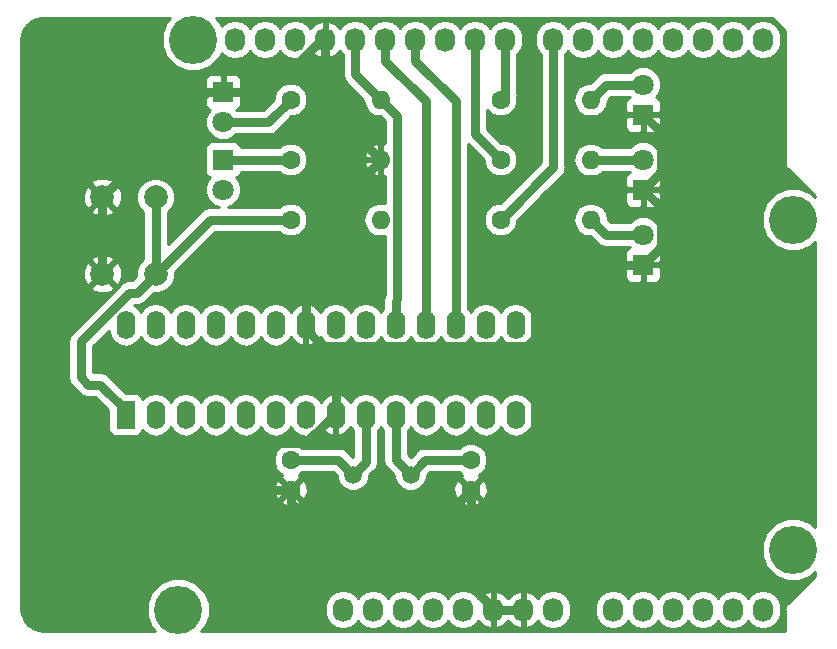
<source format=gbr>
G04 #@! TF.GenerationSoftware,KiCad,Pcbnew,(5.0.0)*
G04 #@! TF.CreationDate,2019-11-08T15:30:58-04:00*
G04 #@! TF.ProjectId,Nueva carpeta,4E7565766120636172706574612E6B69,rev?*
G04 #@! TF.SameCoordinates,Original*
G04 #@! TF.FileFunction,Copper,L2,Bot,Signal*
G04 #@! TF.FilePolarity,Positive*
%FSLAX46Y46*%
G04 Gerber Fmt 4.6, Leading zero omitted, Abs format (unit mm)*
G04 Created by KiCad (PCBNEW (5.0.0)) date 11/08/19 15:30:58*
%MOMM*%
%LPD*%
G01*
G04 APERTURE LIST*
G04 #@! TA.AperFunction,ComponentPad*
%ADD10R,1.800000X1.800000*%
G04 #@! TD*
G04 #@! TA.AperFunction,ComponentPad*
%ADD11C,1.800000*%
G04 #@! TD*
G04 #@! TA.AperFunction,ComponentPad*
%ADD12C,1.600000*%
G04 #@! TD*
G04 #@! TA.AperFunction,ComponentPad*
%ADD13O,1.600000X1.600000*%
G04 #@! TD*
G04 #@! TA.AperFunction,ComponentPad*
%ADD14R,1.600000X2.400000*%
G04 #@! TD*
G04 #@! TA.AperFunction,ComponentPad*
%ADD15O,1.600000X2.400000*%
G04 #@! TD*
G04 #@! TA.AperFunction,ComponentPad*
%ADD16C,2.000000*%
G04 #@! TD*
G04 #@! TA.AperFunction,ComponentPad*
%ADD17C,1.500000*%
G04 #@! TD*
G04 #@! TA.AperFunction,ComponentPad*
%ADD18O,1.727200X2.032000*%
G04 #@! TD*
G04 #@! TA.AperFunction,ComponentPad*
%ADD19C,4.064000*%
G04 #@! TD*
G04 #@! TA.AperFunction,Conductor*
%ADD20C,0.800000*%
G04 #@! TD*
G04 #@! TA.AperFunction,Conductor*
%ADD21C,0.254000*%
G04 #@! TD*
G04 APERTURE END LIST*
D10*
G04 #@! TO.P,D5,1*
G04 #@! TO.N,GND*
X128778000Y-80010000D03*
D11*
G04 #@! TO.P,D5,2*
G04 #@! TO.N,Net-(D5-Pad2)*
X128778000Y-82550000D03*
G04 #@! TD*
D12*
G04 #@! TO.P,R6,1*
G04 #@! TO.N,Net-(D5-Pad2)*
X134493000Y-80645000D03*
D13*
G04 #@! TO.P,R6,2*
G04 #@! TO.N,/13(SCK)*
X142113000Y-80645000D03*
G04 #@! TD*
D14*
G04 #@! TO.P,U1,1*
G04 #@! TO.N,/10(\002A\002A/SS)*
X120523000Y-107315000D03*
D15*
G04 #@! TO.P,U1,15*
G04 #@! TO.N,Net-(U1-Pad15)*
X153543000Y-99695000D03*
G04 #@! TO.P,U1,2*
G04 #@! TO.N,Net-(U1-Pad2)*
X123063000Y-107315000D03*
G04 #@! TO.P,U1,16*
G04 #@! TO.N,Net-(U1-Pad16)*
X151003000Y-99695000D03*
G04 #@! TO.P,U1,3*
G04 #@! TO.N,Net-(U1-Pad3)*
X125603000Y-107315000D03*
G04 #@! TO.P,U1,17*
G04 #@! TO.N,/11(\002A\002A/MOSI)*
X148463000Y-99695000D03*
G04 #@! TO.P,U1,4*
G04 #@! TO.N,Net-(U1-Pad4)*
X128143000Y-107315000D03*
G04 #@! TO.P,U1,18*
G04 #@! TO.N,/12(MISO)*
X145923000Y-99695000D03*
G04 #@! TO.P,U1,5*
G04 #@! TO.N,Net-(U1-Pad5)*
X130683000Y-107315000D03*
G04 #@! TO.P,U1,19*
G04 #@! TO.N,/13(SCK)*
X143383000Y-99695000D03*
G04 #@! TO.P,U1,6*
G04 #@! TO.N,Net-(U1-Pad6)*
X133223000Y-107315000D03*
G04 #@! TO.P,U1,20*
G04 #@! TO.N,+5V*
X140843000Y-99695000D03*
G04 #@! TO.P,U1,7*
X135763000Y-107315000D03*
G04 #@! TO.P,U1,21*
G04 #@! TO.N,Net-(U1-Pad21)*
X138303000Y-99695000D03*
G04 #@! TO.P,U1,8*
G04 #@! TO.N,GND*
X138303000Y-107315000D03*
G04 #@! TO.P,U1,22*
X135763000Y-99695000D03*
G04 #@! TO.P,U1,9*
G04 #@! TO.N,/XTAL1*
X140843000Y-107315000D03*
G04 #@! TO.P,U1,23*
G04 #@! TO.N,Net-(U1-Pad23)*
X133223000Y-99695000D03*
G04 #@! TO.P,U1,10*
G04 #@! TO.N,/XTAL2*
X143383000Y-107315000D03*
G04 #@! TO.P,U1,24*
G04 #@! TO.N,Net-(U1-Pad24)*
X130683000Y-99695000D03*
G04 #@! TO.P,U1,11*
G04 #@! TO.N,Net-(U1-Pad11)*
X145923000Y-107315000D03*
G04 #@! TO.P,U1,25*
G04 #@! TO.N,Net-(U1-Pad25)*
X128143000Y-99695000D03*
G04 #@! TO.P,U1,12*
G04 #@! TO.N,Net-(U1-Pad12)*
X148463000Y-107315000D03*
G04 #@! TO.P,U1,26*
G04 #@! TO.N,Net-(U1-Pad26)*
X125603000Y-99695000D03*
G04 #@! TO.P,U1,13*
G04 #@! TO.N,Net-(U1-Pad13)*
X151003000Y-107315000D03*
G04 #@! TO.P,U1,27*
G04 #@! TO.N,Net-(U1-Pad27)*
X123063000Y-99695000D03*
G04 #@! TO.P,U1,14*
G04 #@! TO.N,Net-(U1-Pad14)*
X153543000Y-107315000D03*
G04 #@! TO.P,U1,28*
G04 #@! TO.N,Net-(U1-Pad28)*
X120523000Y-99695000D03*
G04 #@! TD*
D16*
G04 #@! TO.P,SW1,2*
G04 #@! TO.N,GND*
X118563000Y-88900000D03*
G04 #@! TO.P,SW1,1*
G04 #@! TO.N,/10(\002A\002A/SS)*
X123063000Y-88900000D03*
G04 #@! TO.P,SW1,2*
G04 #@! TO.N,GND*
X118563000Y-95400000D03*
G04 #@! TO.P,SW1,1*
G04 #@! TO.N,/10(\002A\002A/SS)*
X123063000Y-95400000D03*
G04 #@! TD*
D12*
G04 #@! TO.P,C1,2*
G04 #@! TO.N,GND*
X149733000Y-113665000D03*
G04 #@! TO.P,C1,1*
G04 #@! TO.N,/XTAL2*
X149733000Y-111165000D03*
G04 #@! TD*
G04 #@! TO.P,C2,1*
G04 #@! TO.N,/XTAL1*
X134493000Y-111165000D03*
G04 #@! TO.P,C2,2*
G04 #@! TO.N,GND*
X134493000Y-113665000D03*
G04 #@! TD*
D17*
G04 #@! TO.P,Y1,1*
G04 #@! TO.N,/XTAL2*
X144653000Y-112395000D03*
G04 #@! TO.P,Y1,2*
G04 #@! TO.N,/XTAL1*
X139773000Y-112395000D03*
G04 #@! TD*
D11*
G04 #@! TO.P,D1,2*
G04 #@! TO.N,+5V*
X128778000Y-88265000D03*
D10*
G04 #@! TO.P,D1,1*
G04 #@! TO.N,Net-(D1-Pad1)*
X128778000Y-85725000D03*
G04 #@! TD*
G04 #@! TO.P,D2,1*
G04 #@! TO.N,GND*
X164338000Y-88265000D03*
D11*
G04 #@! TO.P,D2,2*
G04 #@! TO.N,Net-(D2-Pad2)*
X164338000Y-85725000D03*
G04 #@! TD*
G04 #@! TO.P,D3,2*
G04 #@! TO.N,Net-(D3-Pad2)*
X164338000Y-79375000D03*
D10*
G04 #@! TO.P,D3,1*
G04 #@! TO.N,GND*
X164338000Y-81915000D03*
G04 #@! TD*
G04 #@! TO.P,D4,1*
G04 #@! TO.N,GND*
X164338000Y-94615000D03*
D11*
G04 #@! TO.P,D4,2*
G04 #@! TO.N,Net-(D4-Pad2)*
X164338000Y-92075000D03*
G04 #@! TD*
D12*
G04 #@! TO.P,R1,1*
G04 #@! TO.N,/10(\002A\002A/SS)*
X134493000Y-90805000D03*
D13*
G04 #@! TO.P,R1,2*
G04 #@! TO.N,+5V*
X142113000Y-90805000D03*
G04 #@! TD*
G04 #@! TO.P,R5,2*
G04 #@! TO.N,Net-(D4-Pad2)*
X159893000Y-90805000D03*
D12*
G04 #@! TO.P,R5,1*
G04 #@! TO.N,/7*
X152273000Y-90805000D03*
G04 #@! TD*
G04 #@! TO.P,R2,1*
G04 #@! TO.N,Net-(D1-Pad1)*
X134493000Y-85725000D03*
D13*
G04 #@! TO.P,R2,2*
G04 #@! TO.N,GND*
X142113000Y-85725000D03*
G04 #@! TD*
G04 #@! TO.P,R4,2*
G04 #@! TO.N,Net-(D3-Pad2)*
X159893000Y-80645000D03*
D12*
G04 #@! TO.P,R4,1*
G04 #@! TO.N,/8*
X152273000Y-80645000D03*
G04 #@! TD*
G04 #@! TO.P,R3,1*
G04 #@! TO.N,/9(\002A\002A)*
X152273000Y-85725000D03*
D13*
G04 #@! TO.P,R3,2*
G04 #@! TO.N,Net-(D2-Pad2)*
X159893000Y-85725000D03*
G04 #@! TD*
D18*
G04 #@! TO.P,P1,1*
G04 #@! TO.N,Net-(P1-Pad1)*
X138938000Y-123825000D03*
G04 #@! TO.P,P1,2*
G04 #@! TO.N,/IOREF*
X141478000Y-123825000D03*
G04 #@! TO.P,P1,3*
G04 #@! TO.N,/Reset*
X144018000Y-123825000D03*
G04 #@! TO.P,P1,4*
G04 #@! TO.N,+3V3*
X146558000Y-123825000D03*
G04 #@! TO.P,P1,5*
G04 #@! TO.N,+5V*
X149098000Y-123825000D03*
G04 #@! TO.P,P1,6*
G04 #@! TO.N,GND*
X151638000Y-123825000D03*
G04 #@! TO.P,P1,7*
X154178000Y-123825000D03*
G04 #@! TO.P,P1,8*
G04 #@! TO.N,/Vin*
X156718000Y-123825000D03*
G04 #@! TD*
G04 #@! TO.P,P2,1*
G04 #@! TO.N,/A0*
X161798000Y-123825000D03*
G04 #@! TO.P,P2,2*
G04 #@! TO.N,/A1*
X164338000Y-123825000D03*
G04 #@! TO.P,P2,3*
G04 #@! TO.N,/A2*
X166878000Y-123825000D03*
G04 #@! TO.P,P2,4*
G04 #@! TO.N,/A3*
X169418000Y-123825000D03*
G04 #@! TO.P,P2,5*
G04 #@! TO.N,/A4(SDA)*
X171958000Y-123825000D03*
G04 #@! TO.P,P2,6*
G04 #@! TO.N,/A5(SCL)*
X174498000Y-123825000D03*
G04 #@! TD*
G04 #@! TO.P,P3,1*
G04 #@! TO.N,Net-(P3-Pad1)*
X129794000Y-75565000D03*
G04 #@! TO.P,P3,2*
G04 #@! TO.N,Net-(P3-Pad2)*
X132334000Y-75565000D03*
G04 #@! TO.P,P3,3*
G04 #@! TO.N,/AREF*
X134874000Y-75565000D03*
G04 #@! TO.P,P3,4*
G04 #@! TO.N,GND*
X137414000Y-75565000D03*
G04 #@! TO.P,P3,5*
G04 #@! TO.N,/13(SCK)*
X139954000Y-75565000D03*
G04 #@! TO.P,P3,6*
G04 #@! TO.N,/12(MISO)*
X142494000Y-75565000D03*
G04 #@! TO.P,P3,7*
G04 #@! TO.N,/11(\002A\002A/MOSI)*
X145034000Y-75565000D03*
G04 #@! TO.P,P3,8*
G04 #@! TO.N,/10(\002A\002A/SS)*
X147574000Y-75565000D03*
G04 #@! TO.P,P3,9*
G04 #@! TO.N,/9(\002A\002A)*
X150114000Y-75565000D03*
G04 #@! TO.P,P3,10*
G04 #@! TO.N,/8*
X152654000Y-75565000D03*
G04 #@! TD*
G04 #@! TO.P,P4,1*
G04 #@! TO.N,/7*
X156718000Y-75565000D03*
G04 #@! TO.P,P4,2*
G04 #@! TO.N,/6(\002A\002A)*
X159258000Y-75565000D03*
G04 #@! TO.P,P4,3*
G04 #@! TO.N,/5(\002A\002A)*
X161798000Y-75565000D03*
G04 #@! TO.P,P4,4*
G04 #@! TO.N,/4*
X164338000Y-75565000D03*
G04 #@! TO.P,P4,5*
G04 #@! TO.N,/3(\002A\002A)*
X166878000Y-75565000D03*
G04 #@! TO.P,P4,6*
G04 #@! TO.N,/2*
X169418000Y-75565000D03*
G04 #@! TO.P,P4,7*
G04 #@! TO.N,/1(Tx)*
X171958000Y-75565000D03*
G04 #@! TO.P,P4,8*
G04 #@! TO.N,/0(Rx)*
X174498000Y-75565000D03*
G04 #@! TD*
D19*
G04 #@! TO.P,P5,1*
G04 #@! TO.N,Net-(P5-Pad1)*
X124968000Y-123825000D03*
G04 #@! TD*
G04 #@! TO.P,P6,1*
G04 #@! TO.N,Net-(P6-Pad1)*
X177038000Y-118745000D03*
G04 #@! TD*
G04 #@! TO.P,P7,1*
G04 #@! TO.N,Net-(P7-Pad1)*
X126238000Y-75565000D03*
G04 #@! TD*
G04 #@! TO.P,P8,1*
G04 #@! TO.N,Net-(P8-Pad1)*
X177038000Y-90805000D03*
G04 #@! TD*
D20*
G04 #@! TO.N,GND*
X130478000Y-80010000D02*
X128778000Y-80010000D01*
X132651257Y-80010000D02*
X130478000Y-80010000D01*
X137096257Y-75565000D02*
X132651257Y-80010000D01*
X137414000Y-75565000D02*
X137096257Y-75565000D01*
X127453000Y-80010000D02*
X128778000Y-80010000D01*
X118563000Y-88900000D02*
X127453000Y-80010000D01*
X137414000Y-81026000D02*
X142113000Y-85725000D01*
X137414000Y-75565000D02*
X137414000Y-81026000D01*
X118563000Y-95400000D02*
X118563000Y-88900000D01*
X135763000Y-92075000D02*
X142113000Y-85725000D01*
X135763000Y-99695000D02*
X135763000Y-92075000D01*
X165838001Y-86764999D02*
X164338000Y-88265000D01*
X165838001Y-83415001D02*
X165838001Y-86764999D01*
X164338000Y-81915000D02*
X165838001Y-83415001D01*
X165838001Y-93114999D02*
X164338000Y-94615000D01*
X165838001Y-89765001D02*
X165838001Y-93114999D01*
X164338000Y-88265000D02*
X165838001Y-89765001D01*
X162638000Y-94615000D02*
X164338000Y-94615000D01*
X155757990Y-101495010D02*
X162638000Y-94615000D01*
X137163010Y-101495010D02*
X155757990Y-101495010D01*
X135763000Y-100095000D02*
X137163010Y-101495010D01*
X135763000Y-100095000D02*
X135763000Y-99695000D01*
X137363000Y-101695000D02*
X135763000Y-100095000D01*
X137763000Y-101695000D02*
X137363000Y-101695000D01*
X138303000Y-102235000D02*
X137763000Y-101695000D01*
X138303000Y-107315000D02*
X138303000Y-102235000D01*
X135692914Y-109764999D02*
X132043001Y-109764999D01*
X138303000Y-107315000D02*
X138142913Y-107315000D01*
X138142913Y-107315000D02*
X135692914Y-109764999D01*
X132043001Y-109764999D02*
X132043001Y-113120001D01*
X132588000Y-113665000D02*
X134493000Y-113665000D01*
X132043001Y-113120001D02*
X132588000Y-113665000D01*
X134493000Y-114796370D02*
X137806630Y-118110000D01*
X134493000Y-113665000D02*
X134493000Y-114796370D01*
X137806630Y-118110000D02*
X146558000Y-118110000D01*
X146558000Y-116840000D02*
X149733000Y-113665000D01*
X146558000Y-118110000D02*
X146558000Y-116840000D01*
X154178000Y-123825000D02*
X151638000Y-123825000D01*
X151638000Y-123672600D02*
X151638000Y-123825000D01*
X149974400Y-122009000D02*
X151638000Y-123672600D01*
X149822000Y-122009000D02*
X149974400Y-122009000D01*
X149733000Y-121920000D02*
X149822000Y-122009000D01*
X149733000Y-113665000D02*
X149733000Y-121920000D01*
G04 #@! TO.N,/9(\002A\002A)*
X150114000Y-83566000D02*
X152273000Y-85725000D01*
X150114000Y-75565000D02*
X150114000Y-83566000D01*
G04 #@! TO.N,/8*
X152654000Y-80264000D02*
X152273000Y-80645000D01*
X152654000Y-75565000D02*
X152654000Y-80264000D01*
G04 #@! TO.N,/7*
X156718000Y-86360000D02*
X152273000Y-90805000D01*
X156718000Y-75565000D02*
X156718000Y-86360000D01*
G04 #@! TO.N,/13(SCK)*
X139954000Y-78486000D02*
X142113000Y-80645000D01*
X139954000Y-75565000D02*
X139954000Y-78486000D01*
X143383000Y-97695000D02*
X143383000Y-99695000D01*
X143513001Y-97564999D02*
X143383000Y-97695000D01*
X143513001Y-82045001D02*
X143513001Y-97564999D01*
X142113000Y-80645000D02*
X143513001Y-82045001D01*
G04 #@! TO.N,/10(\002A\002A/SS)*
X120838086Y-97000001D02*
X116713000Y-101125087D01*
X123063000Y-95400000D02*
X121462999Y-97000001D01*
X121462999Y-97000001D02*
X120838086Y-97000001D01*
X116713000Y-101125087D02*
X116713000Y-104140000D01*
X116713000Y-104140000D02*
X117348000Y-104775000D01*
X120523000Y-106915000D02*
X120523000Y-107315000D01*
X118383000Y-104775000D02*
X120523000Y-106915000D01*
X117348000Y-104775000D02*
X118383000Y-104775000D01*
X123063000Y-95400000D02*
X123063000Y-88900000D01*
X127658000Y-90805000D02*
X123063000Y-95400000D01*
X134493000Y-90805000D02*
X127658000Y-90805000D01*
G04 #@! TO.N,/12(MISO)*
X145923000Y-97695000D02*
X145923000Y-99695000D01*
X145923000Y-80810000D02*
X145923000Y-97695000D01*
X142494000Y-77381000D02*
X145923000Y-80810000D01*
X142494000Y-75565000D02*
X142494000Y-77381000D01*
G04 #@! TO.N,/11(\002A\002A/MOSI)*
X148463000Y-97695000D02*
X148463000Y-99695000D01*
X148463000Y-80810000D02*
X148463000Y-97695000D01*
X145034000Y-77381000D02*
X148463000Y-80810000D01*
X145034000Y-75565000D02*
X145034000Y-77381000D01*
G04 #@! TO.N,Net-(D1-Pad1)*
X128778000Y-85725000D02*
X134493000Y-85725000D01*
G04 #@! TO.N,/XTAL2*
X143383000Y-111125000D02*
X144653000Y-112395000D01*
X143383000Y-107315000D02*
X143383000Y-111125000D01*
X145883000Y-111165000D02*
X144653000Y-112395000D01*
X149733000Y-111165000D02*
X145883000Y-111165000D01*
G04 #@! TO.N,/XTAL1*
X140843000Y-111325000D02*
X139773000Y-112395000D01*
X140843000Y-107315000D02*
X140843000Y-111325000D01*
X138543000Y-111165000D02*
X139773000Y-112395000D01*
X134493000Y-111165000D02*
X138543000Y-111165000D01*
G04 #@! TO.N,Net-(D4-Pad2)*
X161163000Y-92075000D02*
X159893000Y-90805000D01*
X164338000Y-92075000D02*
X161163000Y-92075000D01*
G04 #@! TO.N,Net-(D5-Pad2)*
X132588000Y-82550000D02*
X128778000Y-82550000D01*
X134493000Y-80645000D02*
X132588000Y-82550000D01*
G04 #@! TO.N,Net-(D3-Pad2)*
X161163000Y-79375000D02*
X164338000Y-79375000D01*
X159893000Y-80645000D02*
X161163000Y-79375000D01*
G04 #@! TO.N,Net-(D2-Pad2)*
X159893000Y-85725000D02*
X164338000Y-85725000D01*
G04 #@! TD*
D21*
G04 #@! TO.N,GND*
G36*
X123977026Y-74054266D02*
X123571000Y-75034501D01*
X123571000Y-76095499D01*
X123977026Y-77075734D01*
X124727266Y-77825974D01*
X125707501Y-78232000D01*
X126768499Y-78232000D01*
X127748734Y-77825974D01*
X128498974Y-77075734D01*
X128652156Y-76705918D01*
X128713570Y-76797830D01*
X129209276Y-77129050D01*
X129794000Y-77245359D01*
X130378725Y-77129050D01*
X130874430Y-76797830D01*
X131064000Y-76514119D01*
X131253570Y-76797830D01*
X131749276Y-77129050D01*
X132334000Y-77245359D01*
X132918725Y-77129050D01*
X133414430Y-76797830D01*
X133604000Y-76514119D01*
X133793570Y-76797830D01*
X134289276Y-77129050D01*
X134874000Y-77245359D01*
X135458725Y-77129050D01*
X135954430Y-76797830D01*
X136147909Y-76508267D01*
X136511964Y-76915732D01*
X137039209Y-77169709D01*
X137054974Y-77172358D01*
X137287000Y-77051217D01*
X137287000Y-75692000D01*
X137267000Y-75692000D01*
X137267000Y-75438000D01*
X137287000Y-75438000D01*
X137287000Y-74078783D01*
X137054974Y-73957642D01*
X137039209Y-73960291D01*
X136511964Y-74214268D01*
X136147910Y-74621732D01*
X135954430Y-74332170D01*
X135458724Y-74000950D01*
X134874000Y-73884641D01*
X134289275Y-74000950D01*
X133793570Y-74332170D01*
X133604000Y-74615881D01*
X133414430Y-74332170D01*
X132918724Y-74000950D01*
X132334000Y-73884641D01*
X131749275Y-74000950D01*
X131253570Y-74332170D01*
X131064000Y-74615881D01*
X130874430Y-74332170D01*
X130378724Y-74000950D01*
X129794000Y-73884641D01*
X129209275Y-74000950D01*
X128713570Y-74332170D01*
X128652156Y-74424082D01*
X128498974Y-74054266D01*
X128179708Y-73735000D01*
X175219910Y-73735000D01*
X176328001Y-74843092D01*
X176328000Y-85909076D01*
X176314091Y-85979000D01*
X176328000Y-86048924D01*
X176328000Y-86048925D01*
X176369195Y-86256027D01*
X176526119Y-86490880D01*
X176585402Y-86530492D01*
X178868001Y-88813092D01*
X178868001Y-88863293D01*
X178548734Y-88544026D01*
X177568499Y-88138000D01*
X176507501Y-88138000D01*
X175527266Y-88544026D01*
X174777026Y-89294266D01*
X174371000Y-90274501D01*
X174371000Y-91335499D01*
X174777026Y-92315734D01*
X175527266Y-93065974D01*
X176507501Y-93472000D01*
X177568499Y-93472000D01*
X178548734Y-93065974D01*
X178868001Y-92746707D01*
X178868000Y-116803292D01*
X178548734Y-116484026D01*
X177568499Y-116078000D01*
X176507501Y-116078000D01*
X175527266Y-116484026D01*
X174777026Y-117234266D01*
X174371000Y-118214501D01*
X174371000Y-119275499D01*
X174777026Y-120255734D01*
X175527266Y-121005974D01*
X176507501Y-121412000D01*
X177568499Y-121412000D01*
X178548734Y-121005974D01*
X178868000Y-120686708D01*
X178868000Y-120990909D01*
X176585402Y-123273508D01*
X176526120Y-123313119D01*
X176384544Y-123525002D01*
X176369196Y-123547972D01*
X176314091Y-123825000D01*
X176328001Y-123894929D01*
X176328000Y-125655000D01*
X126909708Y-125655000D01*
X127228974Y-125335734D01*
X127635000Y-124355499D01*
X127635000Y-123525003D01*
X137439400Y-123525003D01*
X137439400Y-124124998D01*
X137526350Y-124562125D01*
X137857570Y-125057830D01*
X138353276Y-125389050D01*
X138938000Y-125505359D01*
X139522725Y-125389050D01*
X140018430Y-125057830D01*
X140208000Y-124774119D01*
X140397570Y-125057830D01*
X140893276Y-125389050D01*
X141478000Y-125505359D01*
X142062725Y-125389050D01*
X142558430Y-125057830D01*
X142748000Y-124774119D01*
X142937570Y-125057830D01*
X143433276Y-125389050D01*
X144018000Y-125505359D01*
X144602725Y-125389050D01*
X145098430Y-125057830D01*
X145288000Y-124774119D01*
X145477570Y-125057830D01*
X145973276Y-125389050D01*
X146558000Y-125505359D01*
X147142725Y-125389050D01*
X147638430Y-125057830D01*
X147828000Y-124774119D01*
X148017570Y-125057830D01*
X148513276Y-125389050D01*
X149098000Y-125505359D01*
X149682725Y-125389050D01*
X150178430Y-125057830D01*
X150371909Y-124768267D01*
X150735964Y-125175732D01*
X151263209Y-125429709D01*
X151278974Y-125432358D01*
X151511000Y-125311217D01*
X151511000Y-123952000D01*
X151765000Y-123952000D01*
X151765000Y-125311217D01*
X151997026Y-125432358D01*
X152012791Y-125429709D01*
X152540036Y-125175732D01*
X152908000Y-124763892D01*
X153275964Y-125175732D01*
X153803209Y-125429709D01*
X153818974Y-125432358D01*
X154051000Y-125311217D01*
X154051000Y-123952000D01*
X151765000Y-123952000D01*
X151511000Y-123952000D01*
X151491000Y-123952000D01*
X151491000Y-123698000D01*
X151511000Y-123698000D01*
X151511000Y-122338783D01*
X151765000Y-122338783D01*
X151765000Y-123698000D01*
X154051000Y-123698000D01*
X154051000Y-122338783D01*
X154305000Y-122338783D01*
X154305000Y-123698000D01*
X154325000Y-123698000D01*
X154325000Y-123952000D01*
X154305000Y-123952000D01*
X154305000Y-125311217D01*
X154537026Y-125432358D01*
X154552791Y-125429709D01*
X155080036Y-125175732D01*
X155444090Y-124768268D01*
X155637570Y-125057830D01*
X156133276Y-125389050D01*
X156718000Y-125505359D01*
X157302725Y-125389050D01*
X157798430Y-125057830D01*
X158129650Y-124562124D01*
X158216600Y-124124997D01*
X158216600Y-123525003D01*
X160299400Y-123525003D01*
X160299400Y-124124998D01*
X160386350Y-124562125D01*
X160717570Y-125057830D01*
X161213276Y-125389050D01*
X161798000Y-125505359D01*
X162382725Y-125389050D01*
X162878430Y-125057830D01*
X163068000Y-124774119D01*
X163257570Y-125057830D01*
X163753276Y-125389050D01*
X164338000Y-125505359D01*
X164922725Y-125389050D01*
X165418430Y-125057830D01*
X165608000Y-124774119D01*
X165797570Y-125057830D01*
X166293276Y-125389050D01*
X166878000Y-125505359D01*
X167462725Y-125389050D01*
X167958430Y-125057830D01*
X168148000Y-124774119D01*
X168337570Y-125057830D01*
X168833276Y-125389050D01*
X169418000Y-125505359D01*
X170002725Y-125389050D01*
X170498430Y-125057830D01*
X170688000Y-124774119D01*
X170877570Y-125057830D01*
X171373276Y-125389050D01*
X171958000Y-125505359D01*
X172542725Y-125389050D01*
X173038430Y-125057830D01*
X173228000Y-124774119D01*
X173417570Y-125057830D01*
X173913276Y-125389050D01*
X174498000Y-125505359D01*
X175082725Y-125389050D01*
X175578430Y-125057830D01*
X175909650Y-124562124D01*
X175996600Y-124124997D01*
X175996600Y-123525002D01*
X175909650Y-123087875D01*
X175578430Y-122592170D01*
X175082724Y-122260950D01*
X174498000Y-122144641D01*
X173913275Y-122260950D01*
X173417570Y-122592170D01*
X173228000Y-122875881D01*
X173038430Y-122592170D01*
X172542724Y-122260950D01*
X171958000Y-122144641D01*
X171373275Y-122260950D01*
X170877570Y-122592170D01*
X170688000Y-122875881D01*
X170498430Y-122592170D01*
X170002724Y-122260950D01*
X169418000Y-122144641D01*
X168833275Y-122260950D01*
X168337570Y-122592170D01*
X168148000Y-122875881D01*
X167958430Y-122592170D01*
X167462724Y-122260950D01*
X166878000Y-122144641D01*
X166293275Y-122260950D01*
X165797570Y-122592170D01*
X165608000Y-122875881D01*
X165418430Y-122592170D01*
X164922724Y-122260950D01*
X164338000Y-122144641D01*
X163753275Y-122260950D01*
X163257570Y-122592170D01*
X163068000Y-122875881D01*
X162878430Y-122592170D01*
X162382724Y-122260950D01*
X161798000Y-122144641D01*
X161213275Y-122260950D01*
X160717570Y-122592170D01*
X160386350Y-123087876D01*
X160299400Y-123525003D01*
X158216600Y-123525003D01*
X158216600Y-123525002D01*
X158129650Y-123087875D01*
X157798430Y-122592170D01*
X157302724Y-122260950D01*
X156718000Y-122144641D01*
X156133275Y-122260950D01*
X155637570Y-122592170D01*
X155444091Y-122881733D01*
X155080036Y-122474268D01*
X154552791Y-122220291D01*
X154537026Y-122217642D01*
X154305000Y-122338783D01*
X154051000Y-122338783D01*
X153818974Y-122217642D01*
X153803209Y-122220291D01*
X153275964Y-122474268D01*
X152908000Y-122886108D01*
X152540036Y-122474268D01*
X152012791Y-122220291D01*
X151997026Y-122217642D01*
X151765000Y-122338783D01*
X151511000Y-122338783D01*
X151278974Y-122217642D01*
X151263209Y-122220291D01*
X150735964Y-122474268D01*
X150371910Y-122881732D01*
X150178430Y-122592170D01*
X149682724Y-122260950D01*
X149098000Y-122144641D01*
X148513275Y-122260950D01*
X148017570Y-122592170D01*
X147828000Y-122875881D01*
X147638430Y-122592170D01*
X147142724Y-122260950D01*
X146558000Y-122144641D01*
X145973275Y-122260950D01*
X145477570Y-122592170D01*
X145288000Y-122875881D01*
X145098430Y-122592170D01*
X144602724Y-122260950D01*
X144018000Y-122144641D01*
X143433275Y-122260950D01*
X142937570Y-122592170D01*
X142748000Y-122875881D01*
X142558430Y-122592170D01*
X142062724Y-122260950D01*
X141478000Y-122144641D01*
X140893275Y-122260950D01*
X140397570Y-122592170D01*
X140208000Y-122875881D01*
X140018430Y-122592170D01*
X139522724Y-122260950D01*
X138938000Y-122144641D01*
X138353275Y-122260950D01*
X137857570Y-122592170D01*
X137526350Y-123087876D01*
X137439400Y-123525003D01*
X127635000Y-123525003D01*
X127635000Y-123294501D01*
X127228974Y-122314266D01*
X126478734Y-121564026D01*
X125498499Y-121158000D01*
X124437501Y-121158000D01*
X123457266Y-121564026D01*
X122707026Y-122314266D01*
X122301000Y-123294501D01*
X122301000Y-124355499D01*
X122707026Y-125335734D01*
X123026292Y-125655000D01*
X113582667Y-125655000D01*
X113084301Y-125592042D01*
X112659111Y-125423697D01*
X112289141Y-125154899D01*
X111997645Y-124802541D01*
X111802933Y-124388756D01*
X111710907Y-123906339D01*
X111708000Y-123813836D01*
X111708000Y-114672745D01*
X133664861Y-114672745D01*
X133738995Y-114918864D01*
X134276223Y-115111965D01*
X134846454Y-115084778D01*
X135247005Y-114918864D01*
X135321139Y-114672745D01*
X148904861Y-114672745D01*
X148978995Y-114918864D01*
X149516223Y-115111965D01*
X150086454Y-115084778D01*
X150487005Y-114918864D01*
X150561139Y-114672745D01*
X149733000Y-113844605D01*
X148904861Y-114672745D01*
X135321139Y-114672745D01*
X134493000Y-113844605D01*
X133664861Y-114672745D01*
X111708000Y-114672745D01*
X111708000Y-113448223D01*
X133046035Y-113448223D01*
X133073222Y-114018454D01*
X133239136Y-114419005D01*
X133485255Y-114493139D01*
X134313395Y-113665000D01*
X134672605Y-113665000D01*
X135500745Y-114493139D01*
X135746864Y-114419005D01*
X135939965Y-113881777D01*
X135912778Y-113311546D01*
X135746864Y-112910995D01*
X135500745Y-112836861D01*
X134672605Y-113665000D01*
X134313395Y-113665000D01*
X133485255Y-112836861D01*
X133239136Y-112910995D01*
X133046035Y-113448223D01*
X111708000Y-113448223D01*
X111708000Y-110879561D01*
X133058000Y-110879561D01*
X133058000Y-111450439D01*
X133276466Y-111977862D01*
X133680138Y-112381534D01*
X133745299Y-112408525D01*
X133738995Y-112411136D01*
X133664861Y-112657255D01*
X134493000Y-113485395D01*
X135321139Y-112657255D01*
X135247005Y-112411136D01*
X135240254Y-112408710D01*
X135305862Y-112381534D01*
X135487396Y-112200000D01*
X138114290Y-112200000D01*
X138388000Y-112473710D01*
X138388000Y-112670494D01*
X138598853Y-113179540D01*
X138988460Y-113569147D01*
X139497506Y-113780000D01*
X140048494Y-113780000D01*
X140557540Y-113569147D01*
X140947147Y-113179540D01*
X141158000Y-112670494D01*
X141158000Y-112473711D01*
X141502776Y-112128935D01*
X141589193Y-112071193D01*
X141817948Y-111728837D01*
X141878000Y-111426935D01*
X141898276Y-111325000D01*
X141878000Y-111223066D01*
X141878000Y-108748944D01*
X142113000Y-108397241D01*
X142348000Y-108748943D01*
X142348001Y-111023061D01*
X142327724Y-111125000D01*
X142408052Y-111528836D01*
X142408053Y-111528837D01*
X142636808Y-111871193D01*
X142723225Y-111928935D01*
X143268000Y-112473710D01*
X143268000Y-112670494D01*
X143478853Y-113179540D01*
X143868460Y-113569147D01*
X144377506Y-113780000D01*
X144928494Y-113780000D01*
X145437540Y-113569147D01*
X145558464Y-113448223D01*
X148286035Y-113448223D01*
X148313222Y-114018454D01*
X148479136Y-114419005D01*
X148725255Y-114493139D01*
X149553395Y-113665000D01*
X149912605Y-113665000D01*
X150740745Y-114493139D01*
X150986864Y-114419005D01*
X151179965Y-113881777D01*
X151152778Y-113311546D01*
X150986864Y-112910995D01*
X150740745Y-112836861D01*
X149912605Y-113665000D01*
X149553395Y-113665000D01*
X148725255Y-112836861D01*
X148479136Y-112910995D01*
X148286035Y-113448223D01*
X145558464Y-113448223D01*
X145827147Y-113179540D01*
X146038000Y-112670494D01*
X146038000Y-112473711D01*
X146311711Y-112200000D01*
X148738604Y-112200000D01*
X148920138Y-112381534D01*
X148985299Y-112408525D01*
X148978995Y-112411136D01*
X148904861Y-112657255D01*
X149733000Y-113485395D01*
X150561139Y-112657255D01*
X150487005Y-112411136D01*
X150480254Y-112408710D01*
X150545862Y-112381534D01*
X150949534Y-111977862D01*
X151168000Y-111450439D01*
X151168000Y-110879561D01*
X150949534Y-110352138D01*
X150545862Y-109948466D01*
X150018439Y-109730000D01*
X149447561Y-109730000D01*
X148920138Y-109948466D01*
X148738604Y-110130000D01*
X145984934Y-110130000D01*
X145883000Y-110109724D01*
X145781065Y-110130000D01*
X145479163Y-110190052D01*
X145136807Y-110418807D01*
X145079065Y-110505224D01*
X144653000Y-110931289D01*
X144418000Y-110696290D01*
X144418000Y-108748944D01*
X144653000Y-108397241D01*
X144888424Y-108749577D01*
X145363092Y-109066740D01*
X145923000Y-109178113D01*
X146482909Y-109066740D01*
X146957577Y-108749577D01*
X147193000Y-108397241D01*
X147428424Y-108749577D01*
X147903092Y-109066740D01*
X148463000Y-109178113D01*
X149022909Y-109066740D01*
X149497577Y-108749577D01*
X149733000Y-108397241D01*
X149968424Y-108749577D01*
X150443092Y-109066740D01*
X151003000Y-109178113D01*
X151562909Y-109066740D01*
X152037577Y-108749577D01*
X152273000Y-108397241D01*
X152508424Y-108749577D01*
X152983092Y-109066740D01*
X153543000Y-109178113D01*
X154102909Y-109066740D01*
X154577577Y-108749577D01*
X154894740Y-108274909D01*
X154978000Y-107856332D01*
X154978000Y-106773667D01*
X154894740Y-106355091D01*
X154577576Y-105880423D01*
X154102908Y-105563260D01*
X153543000Y-105451887D01*
X152983091Y-105563260D01*
X152508423Y-105880424D01*
X152273000Y-106232759D01*
X152037576Y-105880423D01*
X151562908Y-105563260D01*
X151003000Y-105451887D01*
X150443091Y-105563260D01*
X149968423Y-105880424D01*
X149733000Y-106232759D01*
X149497576Y-105880423D01*
X149022908Y-105563260D01*
X148463000Y-105451887D01*
X147903091Y-105563260D01*
X147428423Y-105880424D01*
X147193000Y-106232759D01*
X146957576Y-105880423D01*
X146482908Y-105563260D01*
X145923000Y-105451887D01*
X145363091Y-105563260D01*
X144888423Y-105880424D01*
X144653000Y-106232759D01*
X144417576Y-105880423D01*
X143942908Y-105563260D01*
X143383000Y-105451887D01*
X142823091Y-105563260D01*
X142348423Y-105880424D01*
X142113000Y-106232759D01*
X141877576Y-105880423D01*
X141402908Y-105563260D01*
X140843000Y-105451887D01*
X140283091Y-105563260D01*
X139808423Y-105880424D01*
X139570501Y-106236499D01*
X139227896Y-105810500D01*
X138734819Y-105540633D01*
X138652039Y-105523096D01*
X138430000Y-105645085D01*
X138430000Y-107188000D01*
X138450000Y-107188000D01*
X138450000Y-107442000D01*
X138430000Y-107442000D01*
X138430000Y-108984915D01*
X138652039Y-109106904D01*
X138734819Y-109089367D01*
X139227896Y-108819500D01*
X139570501Y-108393501D01*
X139808000Y-108748943D01*
X139808001Y-110896288D01*
X139773000Y-110931289D01*
X139346937Y-110505227D01*
X139289193Y-110418807D01*
X138946837Y-110190052D01*
X138644935Y-110130000D01*
X138644934Y-110130000D01*
X138543000Y-110109724D01*
X138441066Y-110130000D01*
X135487396Y-110130000D01*
X135305862Y-109948466D01*
X134778439Y-109730000D01*
X134207561Y-109730000D01*
X133680138Y-109948466D01*
X133276466Y-110352138D01*
X133058000Y-110879561D01*
X111708000Y-110879561D01*
X111708000Y-101125087D01*
X115657724Y-101125087D01*
X115678000Y-101227022D01*
X115678001Y-104038061D01*
X115657724Y-104140000D01*
X115738052Y-104543836D01*
X115738053Y-104543837D01*
X115966808Y-104886193D01*
X116053225Y-104943935D01*
X116544063Y-105434773D01*
X116601807Y-105521193D01*
X116944163Y-105749948D01*
X117348000Y-105830276D01*
X117449934Y-105810000D01*
X117954290Y-105810000D01*
X119075560Y-106931271D01*
X119075560Y-108515000D01*
X119124843Y-108762765D01*
X119265191Y-108972809D01*
X119475235Y-109113157D01*
X119723000Y-109162440D01*
X121323000Y-109162440D01*
X121570765Y-109113157D01*
X121780809Y-108972809D01*
X121921157Y-108762765D01*
X121947785Y-108628893D01*
X122028424Y-108749577D01*
X122503092Y-109066740D01*
X123063000Y-109178113D01*
X123622909Y-109066740D01*
X124097577Y-108749577D01*
X124333000Y-108397241D01*
X124568424Y-108749577D01*
X125043092Y-109066740D01*
X125603000Y-109178113D01*
X126162909Y-109066740D01*
X126637577Y-108749577D01*
X126873000Y-108397241D01*
X127108424Y-108749577D01*
X127583092Y-109066740D01*
X128143000Y-109178113D01*
X128702909Y-109066740D01*
X129177577Y-108749577D01*
X129413000Y-108397241D01*
X129648424Y-108749577D01*
X130123092Y-109066740D01*
X130683000Y-109178113D01*
X131242909Y-109066740D01*
X131717577Y-108749577D01*
X131953000Y-108397241D01*
X132188424Y-108749577D01*
X132663092Y-109066740D01*
X133223000Y-109178113D01*
X133782909Y-109066740D01*
X134257577Y-108749577D01*
X134493000Y-108397241D01*
X134728424Y-108749577D01*
X135203092Y-109066740D01*
X135763000Y-109178113D01*
X136322909Y-109066740D01*
X136797577Y-108749577D01*
X137035499Y-108393501D01*
X137378104Y-108819500D01*
X137871181Y-109089367D01*
X137953961Y-109106904D01*
X138176000Y-108984915D01*
X138176000Y-107442000D01*
X138156000Y-107442000D01*
X138156000Y-107188000D01*
X138176000Y-107188000D01*
X138176000Y-105645085D01*
X137953961Y-105523096D01*
X137871181Y-105540633D01*
X137378104Y-105810500D01*
X137035499Y-106236499D01*
X136797576Y-105880423D01*
X136322908Y-105563260D01*
X135763000Y-105451887D01*
X135203091Y-105563260D01*
X134728423Y-105880424D01*
X134493000Y-106232759D01*
X134257576Y-105880423D01*
X133782908Y-105563260D01*
X133223000Y-105451887D01*
X132663091Y-105563260D01*
X132188423Y-105880424D01*
X131953000Y-106232759D01*
X131717576Y-105880423D01*
X131242908Y-105563260D01*
X130683000Y-105451887D01*
X130123091Y-105563260D01*
X129648423Y-105880424D01*
X129413000Y-106232759D01*
X129177576Y-105880423D01*
X128702908Y-105563260D01*
X128143000Y-105451887D01*
X127583091Y-105563260D01*
X127108423Y-105880424D01*
X126873000Y-106232759D01*
X126637576Y-105880423D01*
X126162908Y-105563260D01*
X125603000Y-105451887D01*
X125043091Y-105563260D01*
X124568423Y-105880424D01*
X124333000Y-106232759D01*
X124097576Y-105880423D01*
X123622908Y-105563260D01*
X123063000Y-105451887D01*
X122503091Y-105563260D01*
X122028423Y-105880424D01*
X121947785Y-106001107D01*
X121921157Y-105867235D01*
X121780809Y-105657191D01*
X121570765Y-105516843D01*
X121323000Y-105467560D01*
X120539271Y-105467560D01*
X119186937Y-104115227D01*
X119129193Y-104028807D01*
X118786837Y-103800052D01*
X118484935Y-103740000D01*
X118484934Y-103740000D01*
X118383000Y-103719724D01*
X118281066Y-103740000D01*
X117776710Y-103740000D01*
X117748000Y-103711290D01*
X117748000Y-101553797D01*
X119088000Y-100213797D01*
X119088000Y-100236333D01*
X119171260Y-100654909D01*
X119488424Y-101129577D01*
X119963092Y-101446740D01*
X120523000Y-101558113D01*
X121082909Y-101446740D01*
X121557577Y-101129577D01*
X121793000Y-100777241D01*
X122028424Y-101129577D01*
X122503092Y-101446740D01*
X123063000Y-101558113D01*
X123622909Y-101446740D01*
X124097577Y-101129577D01*
X124333000Y-100777241D01*
X124568424Y-101129577D01*
X125043092Y-101446740D01*
X125603000Y-101558113D01*
X126162909Y-101446740D01*
X126637577Y-101129577D01*
X126873000Y-100777241D01*
X127108424Y-101129577D01*
X127583092Y-101446740D01*
X128143000Y-101558113D01*
X128702909Y-101446740D01*
X129177577Y-101129577D01*
X129413000Y-100777241D01*
X129648424Y-101129577D01*
X130123092Y-101446740D01*
X130683000Y-101558113D01*
X131242909Y-101446740D01*
X131717577Y-101129577D01*
X131953000Y-100777241D01*
X132188424Y-101129577D01*
X132663092Y-101446740D01*
X133223000Y-101558113D01*
X133782909Y-101446740D01*
X134257577Y-101129577D01*
X134495499Y-100773501D01*
X134838104Y-101199500D01*
X135331181Y-101469367D01*
X135413961Y-101486904D01*
X135636000Y-101364915D01*
X135636000Y-99822000D01*
X135616000Y-99822000D01*
X135616000Y-99568000D01*
X135636000Y-99568000D01*
X135636000Y-98025085D01*
X135890000Y-98025085D01*
X135890000Y-99568000D01*
X135910000Y-99568000D01*
X135910000Y-99822000D01*
X135890000Y-99822000D01*
X135890000Y-101364915D01*
X136112039Y-101486904D01*
X136194819Y-101469367D01*
X136687896Y-101199500D01*
X137030501Y-100773501D01*
X137268424Y-101129577D01*
X137743092Y-101446740D01*
X138303000Y-101558113D01*
X138862909Y-101446740D01*
X139337577Y-101129577D01*
X139573000Y-100777241D01*
X139808424Y-101129577D01*
X140283092Y-101446740D01*
X140843000Y-101558113D01*
X141402909Y-101446740D01*
X141877577Y-101129577D01*
X142113000Y-100777241D01*
X142348424Y-101129577D01*
X142823092Y-101446740D01*
X143383000Y-101558113D01*
X143942909Y-101446740D01*
X144417577Y-101129577D01*
X144653000Y-100777241D01*
X144888424Y-101129577D01*
X145363092Y-101446740D01*
X145923000Y-101558113D01*
X146482909Y-101446740D01*
X146957577Y-101129577D01*
X147193000Y-100777241D01*
X147428424Y-101129577D01*
X147903092Y-101446740D01*
X148463000Y-101558113D01*
X149022909Y-101446740D01*
X149497577Y-101129577D01*
X149733000Y-100777241D01*
X149968424Y-101129577D01*
X150443092Y-101446740D01*
X151003000Y-101558113D01*
X151562909Y-101446740D01*
X152037577Y-101129577D01*
X152273000Y-100777241D01*
X152508424Y-101129577D01*
X152983092Y-101446740D01*
X153543000Y-101558113D01*
X154102909Y-101446740D01*
X154577577Y-101129577D01*
X154894740Y-100654909D01*
X154978000Y-100236332D01*
X154978000Y-99153667D01*
X154894740Y-98735091D01*
X154577576Y-98260423D01*
X154102908Y-97943260D01*
X153543000Y-97831887D01*
X152983091Y-97943260D01*
X152508423Y-98260424D01*
X152273000Y-98612759D01*
X152037576Y-98260423D01*
X151562908Y-97943260D01*
X151003000Y-97831887D01*
X150443091Y-97943260D01*
X149968423Y-98260424D01*
X149733000Y-98612759D01*
X149498000Y-98261058D01*
X149498000Y-94900750D01*
X162803000Y-94900750D01*
X162803000Y-95641309D01*
X162899673Y-95874698D01*
X163078301Y-96053327D01*
X163311690Y-96150000D01*
X164052250Y-96150000D01*
X164211000Y-95991250D01*
X164211000Y-94742000D01*
X164465000Y-94742000D01*
X164465000Y-95991250D01*
X164623750Y-96150000D01*
X165364310Y-96150000D01*
X165597699Y-96053327D01*
X165776327Y-95874698D01*
X165873000Y-95641309D01*
X165873000Y-94900750D01*
X165714250Y-94742000D01*
X164465000Y-94742000D01*
X164211000Y-94742000D01*
X162961750Y-94742000D01*
X162803000Y-94900750D01*
X149498000Y-94900750D01*
X149498000Y-90519561D01*
X150838000Y-90519561D01*
X150838000Y-91090439D01*
X151056466Y-91617862D01*
X151460138Y-92021534D01*
X151987561Y-92240000D01*
X152558439Y-92240000D01*
X153085862Y-92021534D01*
X153489534Y-91617862D01*
X153708000Y-91090439D01*
X153708000Y-90833710D01*
X153736710Y-90805000D01*
X158429887Y-90805000D01*
X158541260Y-91364909D01*
X158858423Y-91839577D01*
X159333091Y-92156740D01*
X159751667Y-92240000D01*
X159864289Y-92240000D01*
X160359065Y-92734776D01*
X160416807Y-92821193D01*
X160759163Y-93049948D01*
X161162999Y-93130276D01*
X161264934Y-93110000D01*
X163202183Y-93110000D01*
X163213044Y-93120861D01*
X163078301Y-93176673D01*
X162899673Y-93355302D01*
X162803000Y-93588691D01*
X162803000Y-94329250D01*
X162961750Y-94488000D01*
X164211000Y-94488000D01*
X164211000Y-94468000D01*
X164465000Y-94468000D01*
X164465000Y-94488000D01*
X165714250Y-94488000D01*
X165873000Y-94329250D01*
X165873000Y-93588691D01*
X165776327Y-93355302D01*
X165597699Y-93176673D01*
X165462956Y-93120861D01*
X165639310Y-92944507D01*
X165873000Y-92380330D01*
X165873000Y-91769670D01*
X165639310Y-91205493D01*
X165207507Y-90773690D01*
X164643330Y-90540000D01*
X164032670Y-90540000D01*
X163468493Y-90773690D01*
X163202183Y-91040000D01*
X161591711Y-91040000D01*
X161355965Y-90804254D01*
X161244740Y-90245091D01*
X160927577Y-89770423D01*
X160452909Y-89453260D01*
X160034333Y-89370000D01*
X159751667Y-89370000D01*
X159333091Y-89453260D01*
X158858423Y-89770423D01*
X158541260Y-90245091D01*
X158429887Y-90805000D01*
X153736710Y-90805000D01*
X155990960Y-88550750D01*
X162803000Y-88550750D01*
X162803000Y-89291309D01*
X162899673Y-89524698D01*
X163078301Y-89703327D01*
X163311690Y-89800000D01*
X164052250Y-89800000D01*
X164211000Y-89641250D01*
X164211000Y-88392000D01*
X164465000Y-88392000D01*
X164465000Y-89641250D01*
X164623750Y-89800000D01*
X165364310Y-89800000D01*
X165597699Y-89703327D01*
X165776327Y-89524698D01*
X165873000Y-89291309D01*
X165873000Y-88550750D01*
X165714250Y-88392000D01*
X164465000Y-88392000D01*
X164211000Y-88392000D01*
X162961750Y-88392000D01*
X162803000Y-88550750D01*
X155990960Y-88550750D01*
X157377776Y-87163935D01*
X157464193Y-87106193D01*
X157692948Y-86763837D01*
X157747242Y-86490881D01*
X157773276Y-86360001D01*
X157753000Y-86258066D01*
X157753000Y-85725000D01*
X158429887Y-85725000D01*
X158541260Y-86284909D01*
X158858423Y-86759577D01*
X159333091Y-87076740D01*
X159751667Y-87160000D01*
X160034333Y-87160000D01*
X160452909Y-87076740D01*
X160926944Y-86760000D01*
X163202183Y-86760000D01*
X163213044Y-86770861D01*
X163078301Y-86826673D01*
X162899673Y-87005302D01*
X162803000Y-87238691D01*
X162803000Y-87979250D01*
X162961750Y-88138000D01*
X164211000Y-88138000D01*
X164211000Y-88118000D01*
X164465000Y-88118000D01*
X164465000Y-88138000D01*
X165714250Y-88138000D01*
X165873000Y-87979250D01*
X165873000Y-87238691D01*
X165776327Y-87005302D01*
X165597699Y-86826673D01*
X165462956Y-86770861D01*
X165639310Y-86594507D01*
X165873000Y-86030330D01*
X165873000Y-85419670D01*
X165639310Y-84855493D01*
X165207507Y-84423690D01*
X164643330Y-84190000D01*
X164032670Y-84190000D01*
X163468493Y-84423690D01*
X163202183Y-84690000D01*
X160926944Y-84690000D01*
X160452909Y-84373260D01*
X160034333Y-84290000D01*
X159751667Y-84290000D01*
X159333091Y-84373260D01*
X158858423Y-84690423D01*
X158541260Y-85165091D01*
X158429887Y-85725000D01*
X157753000Y-85725000D01*
X157753000Y-82200750D01*
X162803000Y-82200750D01*
X162803000Y-82941309D01*
X162899673Y-83174698D01*
X163078301Y-83353327D01*
X163311690Y-83450000D01*
X164052250Y-83450000D01*
X164211000Y-83291250D01*
X164211000Y-82042000D01*
X164465000Y-82042000D01*
X164465000Y-83291250D01*
X164623750Y-83450000D01*
X165364310Y-83450000D01*
X165597699Y-83353327D01*
X165776327Y-83174698D01*
X165873000Y-82941309D01*
X165873000Y-82200750D01*
X165714250Y-82042000D01*
X164465000Y-82042000D01*
X164211000Y-82042000D01*
X162961750Y-82042000D01*
X162803000Y-82200750D01*
X157753000Y-82200750D01*
X157753000Y-80645000D01*
X158429887Y-80645000D01*
X158541260Y-81204909D01*
X158858423Y-81679577D01*
X159333091Y-81996740D01*
X159751667Y-82080000D01*
X160034333Y-82080000D01*
X160452909Y-81996740D01*
X160927577Y-81679577D01*
X161244740Y-81204909D01*
X161355965Y-80645746D01*
X161591711Y-80410000D01*
X163202183Y-80410000D01*
X163213044Y-80420861D01*
X163078301Y-80476673D01*
X162899673Y-80655302D01*
X162803000Y-80888691D01*
X162803000Y-81629250D01*
X162961750Y-81788000D01*
X164211000Y-81788000D01*
X164211000Y-81768000D01*
X164465000Y-81768000D01*
X164465000Y-81788000D01*
X165714250Y-81788000D01*
X165873000Y-81629250D01*
X165873000Y-80888691D01*
X165776327Y-80655302D01*
X165597699Y-80476673D01*
X165462956Y-80420861D01*
X165639310Y-80244507D01*
X165873000Y-79680330D01*
X165873000Y-79069670D01*
X165639310Y-78505493D01*
X165207507Y-78073690D01*
X164643330Y-77840000D01*
X164032670Y-77840000D01*
X163468493Y-78073690D01*
X163202183Y-78340000D01*
X161264934Y-78340000D01*
X161162999Y-78319724D01*
X161061065Y-78340000D01*
X160759163Y-78400052D01*
X160416807Y-78628807D01*
X160359065Y-78715224D01*
X159864289Y-79210000D01*
X159751667Y-79210000D01*
X159333091Y-79293260D01*
X158858423Y-79610423D01*
X158541260Y-80085091D01*
X158429887Y-80645000D01*
X157753000Y-80645000D01*
X157753000Y-76828185D01*
X157798430Y-76797830D01*
X157988000Y-76514119D01*
X158177570Y-76797830D01*
X158673276Y-77129050D01*
X159258000Y-77245359D01*
X159842725Y-77129050D01*
X160338430Y-76797830D01*
X160528000Y-76514119D01*
X160717570Y-76797830D01*
X161213276Y-77129050D01*
X161798000Y-77245359D01*
X162382725Y-77129050D01*
X162878430Y-76797830D01*
X163068000Y-76514119D01*
X163257570Y-76797830D01*
X163753276Y-77129050D01*
X164338000Y-77245359D01*
X164922725Y-77129050D01*
X165418430Y-76797830D01*
X165608000Y-76514119D01*
X165797570Y-76797830D01*
X166293276Y-77129050D01*
X166878000Y-77245359D01*
X167462725Y-77129050D01*
X167958430Y-76797830D01*
X168148000Y-76514119D01*
X168337570Y-76797830D01*
X168833276Y-77129050D01*
X169418000Y-77245359D01*
X170002725Y-77129050D01*
X170498430Y-76797830D01*
X170688000Y-76514119D01*
X170877570Y-76797830D01*
X171373276Y-77129050D01*
X171958000Y-77245359D01*
X172542725Y-77129050D01*
X173038430Y-76797830D01*
X173228000Y-76514119D01*
X173417570Y-76797830D01*
X173913276Y-77129050D01*
X174498000Y-77245359D01*
X175082725Y-77129050D01*
X175578430Y-76797830D01*
X175909650Y-76302124D01*
X175996600Y-75864997D01*
X175996600Y-75265002D01*
X175909650Y-74827875D01*
X175578430Y-74332170D01*
X175082724Y-74000950D01*
X174498000Y-73884641D01*
X173913275Y-74000950D01*
X173417570Y-74332170D01*
X173228000Y-74615881D01*
X173038430Y-74332170D01*
X172542724Y-74000950D01*
X171958000Y-73884641D01*
X171373275Y-74000950D01*
X170877570Y-74332170D01*
X170688000Y-74615881D01*
X170498430Y-74332170D01*
X170002724Y-74000950D01*
X169418000Y-73884641D01*
X168833275Y-74000950D01*
X168337570Y-74332170D01*
X168148000Y-74615881D01*
X167958430Y-74332170D01*
X167462724Y-74000950D01*
X166878000Y-73884641D01*
X166293275Y-74000950D01*
X165797570Y-74332170D01*
X165608000Y-74615881D01*
X165418430Y-74332170D01*
X164922724Y-74000950D01*
X164338000Y-73884641D01*
X163753275Y-74000950D01*
X163257570Y-74332170D01*
X163068000Y-74615881D01*
X162878430Y-74332170D01*
X162382724Y-74000950D01*
X161798000Y-73884641D01*
X161213275Y-74000950D01*
X160717570Y-74332170D01*
X160528000Y-74615881D01*
X160338430Y-74332170D01*
X159842724Y-74000950D01*
X159258000Y-73884641D01*
X158673275Y-74000950D01*
X158177570Y-74332170D01*
X157988000Y-74615881D01*
X157798430Y-74332170D01*
X157302724Y-74000950D01*
X156718000Y-73884641D01*
X156133275Y-74000950D01*
X155637570Y-74332170D01*
X155306350Y-74827876D01*
X155219400Y-75265003D01*
X155219400Y-75864998D01*
X155306350Y-76302125D01*
X155637570Y-76797830D01*
X155683000Y-76828185D01*
X155683001Y-85931288D01*
X152244290Y-89370000D01*
X151987561Y-89370000D01*
X151460138Y-89588466D01*
X151056466Y-89992138D01*
X150838000Y-90519561D01*
X149498000Y-90519561D01*
X149498000Y-84413710D01*
X150838000Y-85753711D01*
X150838000Y-86010439D01*
X151056466Y-86537862D01*
X151460138Y-86941534D01*
X151987561Y-87160000D01*
X152558439Y-87160000D01*
X153085862Y-86941534D01*
X153489534Y-86537862D01*
X153708000Y-86010439D01*
X153708000Y-85439561D01*
X153489534Y-84912138D01*
X153085862Y-84508466D01*
X152558439Y-84290000D01*
X152301711Y-84290000D01*
X151149000Y-83137290D01*
X151149000Y-81550396D01*
X151460138Y-81861534D01*
X151987561Y-82080000D01*
X152558439Y-82080000D01*
X153085862Y-81861534D01*
X153489534Y-81457862D01*
X153708000Y-80930439D01*
X153708000Y-80359561D01*
X153696020Y-80330640D01*
X153709276Y-80264001D01*
X153689000Y-80162068D01*
X153689000Y-76828185D01*
X153734430Y-76797830D01*
X154065650Y-76302124D01*
X154152600Y-75864997D01*
X154152600Y-75265002D01*
X154065650Y-74827875D01*
X153734430Y-74332170D01*
X153238724Y-74000950D01*
X152654000Y-73884641D01*
X152069275Y-74000950D01*
X151573570Y-74332170D01*
X151384000Y-74615881D01*
X151194430Y-74332170D01*
X150698724Y-74000950D01*
X150114000Y-73884641D01*
X149529275Y-74000950D01*
X149033570Y-74332170D01*
X148844000Y-74615881D01*
X148654430Y-74332170D01*
X148158724Y-74000950D01*
X147574000Y-73884641D01*
X146989275Y-74000950D01*
X146493570Y-74332170D01*
X146304000Y-74615881D01*
X146114430Y-74332170D01*
X145618724Y-74000950D01*
X145034000Y-73884641D01*
X144449275Y-74000950D01*
X143953570Y-74332170D01*
X143764000Y-74615881D01*
X143574430Y-74332170D01*
X143078724Y-74000950D01*
X142494000Y-73884641D01*
X141909275Y-74000950D01*
X141413570Y-74332170D01*
X141224000Y-74615881D01*
X141034430Y-74332170D01*
X140538724Y-74000950D01*
X139954000Y-73884641D01*
X139369275Y-74000950D01*
X138873570Y-74332170D01*
X138680091Y-74621733D01*
X138316036Y-74214268D01*
X137788791Y-73960291D01*
X137773026Y-73957642D01*
X137541000Y-74078783D01*
X137541000Y-75438000D01*
X137561000Y-75438000D01*
X137561000Y-75692000D01*
X137541000Y-75692000D01*
X137541000Y-77051217D01*
X137773026Y-77172358D01*
X137788791Y-77169709D01*
X138316036Y-76915732D01*
X138680090Y-76508268D01*
X138873570Y-76797830D01*
X138919000Y-76828186D01*
X138919001Y-78384061D01*
X138898724Y-78486000D01*
X138979052Y-78889836D01*
X139149044Y-79144246D01*
X139207808Y-79232193D01*
X139294225Y-79289935D01*
X140650035Y-80645746D01*
X140761260Y-81204909D01*
X141078423Y-81679577D01*
X141553091Y-81996740D01*
X141971667Y-82080000D01*
X142084289Y-82080000D01*
X142478001Y-82473712D01*
X142478001Y-84340640D01*
X142462041Y-84333086D01*
X142240000Y-84454371D01*
X142240000Y-85598000D01*
X142260000Y-85598000D01*
X142260000Y-85852000D01*
X142240000Y-85852000D01*
X142240000Y-86995629D01*
X142462041Y-87116914D01*
X142478001Y-87109360D01*
X142478001Y-89414490D01*
X142254333Y-89370000D01*
X141971667Y-89370000D01*
X141553091Y-89453260D01*
X141078423Y-89770423D01*
X140761260Y-90245091D01*
X140649887Y-90805000D01*
X140761260Y-91364909D01*
X141078423Y-91839577D01*
X141553091Y-92156740D01*
X141971667Y-92240000D01*
X142254333Y-92240000D01*
X142478002Y-92195510D01*
X142478002Y-97186477D01*
X142408052Y-97291164D01*
X142327724Y-97695000D01*
X142348000Y-97796935D01*
X142348000Y-98261057D01*
X142113000Y-98612759D01*
X141877576Y-98260423D01*
X141402908Y-97943260D01*
X140843000Y-97831887D01*
X140283091Y-97943260D01*
X139808423Y-98260424D01*
X139573000Y-98612759D01*
X139337576Y-98260423D01*
X138862908Y-97943260D01*
X138303000Y-97831887D01*
X137743091Y-97943260D01*
X137268423Y-98260424D01*
X137030501Y-98616499D01*
X136687896Y-98190500D01*
X136194819Y-97920633D01*
X136112039Y-97903096D01*
X135890000Y-98025085D01*
X135636000Y-98025085D01*
X135413961Y-97903096D01*
X135331181Y-97920633D01*
X134838104Y-98190500D01*
X134495499Y-98616499D01*
X134257576Y-98260423D01*
X133782908Y-97943260D01*
X133223000Y-97831887D01*
X132663091Y-97943260D01*
X132188423Y-98260424D01*
X131953000Y-98612759D01*
X131717576Y-98260423D01*
X131242908Y-97943260D01*
X130683000Y-97831887D01*
X130123091Y-97943260D01*
X129648423Y-98260424D01*
X129413000Y-98612759D01*
X129177576Y-98260423D01*
X128702908Y-97943260D01*
X128143000Y-97831887D01*
X127583091Y-97943260D01*
X127108423Y-98260424D01*
X126873000Y-98612759D01*
X126637576Y-98260423D01*
X126162908Y-97943260D01*
X125603000Y-97831887D01*
X125043091Y-97943260D01*
X124568423Y-98260424D01*
X124333000Y-98612759D01*
X124097576Y-98260423D01*
X123622908Y-97943260D01*
X123063000Y-97831887D01*
X122503091Y-97943260D01*
X122028423Y-98260424D01*
X121793000Y-98612759D01*
X121557576Y-98260423D01*
X121248136Y-98053662D01*
X121266797Y-98035001D01*
X121361065Y-98035001D01*
X121462999Y-98055277D01*
X121564933Y-98035001D01*
X121564934Y-98035001D01*
X121866836Y-97974949D01*
X122209192Y-97746194D01*
X122266936Y-97659774D01*
X122891710Y-97035000D01*
X123388222Y-97035000D01*
X123989153Y-96786086D01*
X124449086Y-96326153D01*
X124698000Y-95725222D01*
X124698000Y-95228710D01*
X128086711Y-91840000D01*
X133498604Y-91840000D01*
X133680138Y-92021534D01*
X134207561Y-92240000D01*
X134778439Y-92240000D01*
X135305862Y-92021534D01*
X135709534Y-91617862D01*
X135928000Y-91090439D01*
X135928000Y-90519561D01*
X135709534Y-89992138D01*
X135305862Y-89588466D01*
X134778439Y-89370000D01*
X134207561Y-89370000D01*
X133680138Y-89588466D01*
X133498604Y-89770000D01*
X129155756Y-89770000D01*
X129647507Y-89566310D01*
X130079310Y-89134507D01*
X130313000Y-88570330D01*
X130313000Y-87959670D01*
X130079310Y-87395493D01*
X129910092Y-87226275D01*
X129925765Y-87223157D01*
X130135809Y-87082809D01*
X130276157Y-86872765D01*
X130298587Y-86760000D01*
X133498604Y-86760000D01*
X133680138Y-86941534D01*
X134207561Y-87160000D01*
X134778439Y-87160000D01*
X135305862Y-86941534D01*
X135709534Y-86537862D01*
X135901655Y-86074039D01*
X140721096Y-86074039D01*
X140881959Y-86462423D01*
X141257866Y-86877389D01*
X141763959Y-87116914D01*
X141986000Y-86995629D01*
X141986000Y-85852000D01*
X140843085Y-85852000D01*
X140721096Y-86074039D01*
X135901655Y-86074039D01*
X135928000Y-86010439D01*
X135928000Y-85439561D01*
X135901656Y-85375961D01*
X140721096Y-85375961D01*
X140843085Y-85598000D01*
X141986000Y-85598000D01*
X141986000Y-84454371D01*
X141763959Y-84333086D01*
X141257866Y-84572611D01*
X140881959Y-84987577D01*
X140721096Y-85375961D01*
X135901656Y-85375961D01*
X135709534Y-84912138D01*
X135305862Y-84508466D01*
X134778439Y-84290000D01*
X134207561Y-84290000D01*
X133680138Y-84508466D01*
X133498604Y-84690000D01*
X130298587Y-84690000D01*
X130276157Y-84577235D01*
X130135809Y-84367191D01*
X129925765Y-84226843D01*
X129678000Y-84177560D01*
X127878000Y-84177560D01*
X127630235Y-84226843D01*
X127420191Y-84367191D01*
X127279843Y-84577235D01*
X127230560Y-84825000D01*
X127230560Y-86625000D01*
X127279843Y-86872765D01*
X127420191Y-87082809D01*
X127630235Y-87223157D01*
X127645908Y-87226275D01*
X127476690Y-87395493D01*
X127243000Y-87959670D01*
X127243000Y-88570330D01*
X127476690Y-89134507D01*
X127908493Y-89566310D01*
X128400244Y-89770000D01*
X127759932Y-89770000D01*
X127657999Y-89749724D01*
X127556066Y-89770000D01*
X127556065Y-89770000D01*
X127254163Y-89830052D01*
X126911807Y-90058807D01*
X126854065Y-90145224D01*
X124098000Y-92901290D01*
X124098000Y-90177239D01*
X124449086Y-89826153D01*
X124698000Y-89225222D01*
X124698000Y-88574778D01*
X124449086Y-87973847D01*
X123989153Y-87513914D01*
X123388222Y-87265000D01*
X122737778Y-87265000D01*
X122136847Y-87513914D01*
X121676914Y-87973847D01*
X121428000Y-88574778D01*
X121428000Y-89225222D01*
X121676914Y-89826153D01*
X122028001Y-90177240D01*
X122028000Y-94122761D01*
X121676914Y-94473847D01*
X121428000Y-95074778D01*
X121428000Y-95571290D01*
X121034289Y-95965001D01*
X120940020Y-95965001D01*
X120838086Y-95944725D01*
X120736151Y-95965001D01*
X120434249Y-96025053D01*
X120091893Y-96253808D01*
X120034151Y-96340225D01*
X116053227Y-100321150D01*
X115966807Y-100378894D01*
X115738053Y-100721250D01*
X115738052Y-100721251D01*
X115657724Y-101125087D01*
X111708000Y-101125087D01*
X111708000Y-96552532D01*
X117590073Y-96552532D01*
X117688736Y-96819387D01*
X118298461Y-97045908D01*
X118948460Y-97021856D01*
X119437264Y-96819387D01*
X119535927Y-96552532D01*
X118563000Y-95579605D01*
X117590073Y-96552532D01*
X111708000Y-96552532D01*
X111708000Y-95135461D01*
X116917092Y-95135461D01*
X116941144Y-95785460D01*
X117143613Y-96274264D01*
X117410468Y-96372927D01*
X118383395Y-95400000D01*
X118742605Y-95400000D01*
X119715532Y-96372927D01*
X119982387Y-96274264D01*
X120208908Y-95664539D01*
X120184856Y-95014540D01*
X119982387Y-94525736D01*
X119715532Y-94427073D01*
X118742605Y-95400000D01*
X118383395Y-95400000D01*
X117410468Y-94427073D01*
X117143613Y-94525736D01*
X116917092Y-95135461D01*
X111708000Y-95135461D01*
X111708000Y-94247468D01*
X117590073Y-94247468D01*
X118563000Y-95220395D01*
X119535927Y-94247468D01*
X119437264Y-93980613D01*
X118827539Y-93754092D01*
X118177540Y-93778144D01*
X117688736Y-93980613D01*
X117590073Y-94247468D01*
X111708000Y-94247468D01*
X111708000Y-90052532D01*
X117590073Y-90052532D01*
X117688736Y-90319387D01*
X118298461Y-90545908D01*
X118948460Y-90521856D01*
X119437264Y-90319387D01*
X119535927Y-90052532D01*
X118563000Y-89079605D01*
X117590073Y-90052532D01*
X111708000Y-90052532D01*
X111708000Y-88635461D01*
X116917092Y-88635461D01*
X116941144Y-89285460D01*
X117143613Y-89774264D01*
X117410468Y-89872927D01*
X118383395Y-88900000D01*
X118742605Y-88900000D01*
X119715532Y-89872927D01*
X119982387Y-89774264D01*
X120208908Y-89164539D01*
X120184856Y-88514540D01*
X119982387Y-88025736D01*
X119715532Y-87927073D01*
X118742605Y-88900000D01*
X118383395Y-88900000D01*
X117410468Y-87927073D01*
X117143613Y-88025736D01*
X116917092Y-88635461D01*
X111708000Y-88635461D01*
X111708000Y-87747468D01*
X117590073Y-87747468D01*
X118563000Y-88720395D01*
X119535927Y-87747468D01*
X119437264Y-87480613D01*
X118827539Y-87254092D01*
X118177540Y-87278144D01*
X117688736Y-87480613D01*
X117590073Y-87747468D01*
X111708000Y-87747468D01*
X111708000Y-80295750D01*
X127243000Y-80295750D01*
X127243000Y-81036309D01*
X127339673Y-81269698D01*
X127518301Y-81448327D01*
X127653044Y-81504139D01*
X127476690Y-81680493D01*
X127243000Y-82244670D01*
X127243000Y-82855330D01*
X127476690Y-83419507D01*
X127908493Y-83851310D01*
X128472670Y-84085000D01*
X129083330Y-84085000D01*
X129647507Y-83851310D01*
X129913817Y-83585000D01*
X132486066Y-83585000D01*
X132588000Y-83605276D01*
X132689934Y-83585000D01*
X132689935Y-83585000D01*
X132991837Y-83524948D01*
X133334193Y-83296193D01*
X133391937Y-83209773D01*
X134521711Y-82080000D01*
X134778439Y-82080000D01*
X135305862Y-81861534D01*
X135709534Y-81457862D01*
X135928000Y-80930439D01*
X135928000Y-80359561D01*
X135709534Y-79832138D01*
X135305862Y-79428466D01*
X134778439Y-79210000D01*
X134207561Y-79210000D01*
X133680138Y-79428466D01*
X133276466Y-79832138D01*
X133058000Y-80359561D01*
X133058000Y-80616289D01*
X132159290Y-81515000D01*
X129913817Y-81515000D01*
X129902956Y-81504139D01*
X130037699Y-81448327D01*
X130216327Y-81269698D01*
X130313000Y-81036309D01*
X130313000Y-80295750D01*
X130154250Y-80137000D01*
X128905000Y-80137000D01*
X128905000Y-80157000D01*
X128651000Y-80157000D01*
X128651000Y-80137000D01*
X127401750Y-80137000D01*
X127243000Y-80295750D01*
X111708000Y-80295750D01*
X111708000Y-78983691D01*
X127243000Y-78983691D01*
X127243000Y-79724250D01*
X127401750Y-79883000D01*
X128651000Y-79883000D01*
X128651000Y-78633750D01*
X128905000Y-78633750D01*
X128905000Y-79883000D01*
X130154250Y-79883000D01*
X130313000Y-79724250D01*
X130313000Y-78983691D01*
X130216327Y-78750302D01*
X130037699Y-78571673D01*
X129804310Y-78475000D01*
X129063750Y-78475000D01*
X128905000Y-78633750D01*
X128651000Y-78633750D01*
X128492250Y-78475000D01*
X127751690Y-78475000D01*
X127518301Y-78571673D01*
X127339673Y-78750302D01*
X127243000Y-78983691D01*
X111708000Y-78983691D01*
X111708000Y-75609666D01*
X111770958Y-75111302D01*
X111939305Y-74686107D01*
X112208101Y-74316142D01*
X112560462Y-74024644D01*
X112974244Y-73829933D01*
X113456662Y-73737907D01*
X113549164Y-73735000D01*
X124296292Y-73735000D01*
X123977026Y-74054266D01*
X123977026Y-74054266D01*
G37*
X123977026Y-74054266D02*
X123571000Y-75034501D01*
X123571000Y-76095499D01*
X123977026Y-77075734D01*
X124727266Y-77825974D01*
X125707501Y-78232000D01*
X126768499Y-78232000D01*
X127748734Y-77825974D01*
X128498974Y-77075734D01*
X128652156Y-76705918D01*
X128713570Y-76797830D01*
X129209276Y-77129050D01*
X129794000Y-77245359D01*
X130378725Y-77129050D01*
X130874430Y-76797830D01*
X131064000Y-76514119D01*
X131253570Y-76797830D01*
X131749276Y-77129050D01*
X132334000Y-77245359D01*
X132918725Y-77129050D01*
X133414430Y-76797830D01*
X133604000Y-76514119D01*
X133793570Y-76797830D01*
X134289276Y-77129050D01*
X134874000Y-77245359D01*
X135458725Y-77129050D01*
X135954430Y-76797830D01*
X136147909Y-76508267D01*
X136511964Y-76915732D01*
X137039209Y-77169709D01*
X137054974Y-77172358D01*
X137287000Y-77051217D01*
X137287000Y-75692000D01*
X137267000Y-75692000D01*
X137267000Y-75438000D01*
X137287000Y-75438000D01*
X137287000Y-74078783D01*
X137054974Y-73957642D01*
X137039209Y-73960291D01*
X136511964Y-74214268D01*
X136147910Y-74621732D01*
X135954430Y-74332170D01*
X135458724Y-74000950D01*
X134874000Y-73884641D01*
X134289275Y-74000950D01*
X133793570Y-74332170D01*
X133604000Y-74615881D01*
X133414430Y-74332170D01*
X132918724Y-74000950D01*
X132334000Y-73884641D01*
X131749275Y-74000950D01*
X131253570Y-74332170D01*
X131064000Y-74615881D01*
X130874430Y-74332170D01*
X130378724Y-74000950D01*
X129794000Y-73884641D01*
X129209275Y-74000950D01*
X128713570Y-74332170D01*
X128652156Y-74424082D01*
X128498974Y-74054266D01*
X128179708Y-73735000D01*
X175219910Y-73735000D01*
X176328001Y-74843092D01*
X176328000Y-85909076D01*
X176314091Y-85979000D01*
X176328000Y-86048924D01*
X176328000Y-86048925D01*
X176369195Y-86256027D01*
X176526119Y-86490880D01*
X176585402Y-86530492D01*
X178868001Y-88813092D01*
X178868001Y-88863293D01*
X178548734Y-88544026D01*
X177568499Y-88138000D01*
X176507501Y-88138000D01*
X175527266Y-88544026D01*
X174777026Y-89294266D01*
X174371000Y-90274501D01*
X174371000Y-91335499D01*
X174777026Y-92315734D01*
X175527266Y-93065974D01*
X176507501Y-93472000D01*
X177568499Y-93472000D01*
X178548734Y-93065974D01*
X178868001Y-92746707D01*
X178868000Y-116803292D01*
X178548734Y-116484026D01*
X177568499Y-116078000D01*
X176507501Y-116078000D01*
X175527266Y-116484026D01*
X174777026Y-117234266D01*
X174371000Y-118214501D01*
X174371000Y-119275499D01*
X174777026Y-120255734D01*
X175527266Y-121005974D01*
X176507501Y-121412000D01*
X177568499Y-121412000D01*
X178548734Y-121005974D01*
X178868000Y-120686708D01*
X178868000Y-120990909D01*
X176585402Y-123273508D01*
X176526120Y-123313119D01*
X176384544Y-123525002D01*
X176369196Y-123547972D01*
X176314091Y-123825000D01*
X176328001Y-123894929D01*
X176328000Y-125655000D01*
X126909708Y-125655000D01*
X127228974Y-125335734D01*
X127635000Y-124355499D01*
X127635000Y-123525003D01*
X137439400Y-123525003D01*
X137439400Y-124124998D01*
X137526350Y-124562125D01*
X137857570Y-125057830D01*
X138353276Y-125389050D01*
X138938000Y-125505359D01*
X139522725Y-125389050D01*
X140018430Y-125057830D01*
X140208000Y-124774119D01*
X140397570Y-125057830D01*
X140893276Y-125389050D01*
X141478000Y-125505359D01*
X142062725Y-125389050D01*
X142558430Y-125057830D01*
X142748000Y-124774119D01*
X142937570Y-125057830D01*
X143433276Y-125389050D01*
X144018000Y-125505359D01*
X144602725Y-125389050D01*
X145098430Y-125057830D01*
X145288000Y-124774119D01*
X145477570Y-125057830D01*
X145973276Y-125389050D01*
X146558000Y-125505359D01*
X147142725Y-125389050D01*
X147638430Y-125057830D01*
X147828000Y-124774119D01*
X148017570Y-125057830D01*
X148513276Y-125389050D01*
X149098000Y-125505359D01*
X149682725Y-125389050D01*
X150178430Y-125057830D01*
X150371909Y-124768267D01*
X150735964Y-125175732D01*
X151263209Y-125429709D01*
X151278974Y-125432358D01*
X151511000Y-125311217D01*
X151511000Y-123952000D01*
X151765000Y-123952000D01*
X151765000Y-125311217D01*
X151997026Y-125432358D01*
X152012791Y-125429709D01*
X152540036Y-125175732D01*
X152908000Y-124763892D01*
X153275964Y-125175732D01*
X153803209Y-125429709D01*
X153818974Y-125432358D01*
X154051000Y-125311217D01*
X154051000Y-123952000D01*
X151765000Y-123952000D01*
X151511000Y-123952000D01*
X151491000Y-123952000D01*
X151491000Y-123698000D01*
X151511000Y-123698000D01*
X151511000Y-122338783D01*
X151765000Y-122338783D01*
X151765000Y-123698000D01*
X154051000Y-123698000D01*
X154051000Y-122338783D01*
X154305000Y-122338783D01*
X154305000Y-123698000D01*
X154325000Y-123698000D01*
X154325000Y-123952000D01*
X154305000Y-123952000D01*
X154305000Y-125311217D01*
X154537026Y-125432358D01*
X154552791Y-125429709D01*
X155080036Y-125175732D01*
X155444090Y-124768268D01*
X155637570Y-125057830D01*
X156133276Y-125389050D01*
X156718000Y-125505359D01*
X157302725Y-125389050D01*
X157798430Y-125057830D01*
X158129650Y-124562124D01*
X158216600Y-124124997D01*
X158216600Y-123525003D01*
X160299400Y-123525003D01*
X160299400Y-124124998D01*
X160386350Y-124562125D01*
X160717570Y-125057830D01*
X161213276Y-125389050D01*
X161798000Y-125505359D01*
X162382725Y-125389050D01*
X162878430Y-125057830D01*
X163068000Y-124774119D01*
X163257570Y-125057830D01*
X163753276Y-125389050D01*
X164338000Y-125505359D01*
X164922725Y-125389050D01*
X165418430Y-125057830D01*
X165608000Y-124774119D01*
X165797570Y-125057830D01*
X166293276Y-125389050D01*
X166878000Y-125505359D01*
X167462725Y-125389050D01*
X167958430Y-125057830D01*
X168148000Y-124774119D01*
X168337570Y-125057830D01*
X168833276Y-125389050D01*
X169418000Y-125505359D01*
X170002725Y-125389050D01*
X170498430Y-125057830D01*
X170688000Y-124774119D01*
X170877570Y-125057830D01*
X171373276Y-125389050D01*
X171958000Y-125505359D01*
X172542725Y-125389050D01*
X173038430Y-125057830D01*
X173228000Y-124774119D01*
X173417570Y-125057830D01*
X173913276Y-125389050D01*
X174498000Y-125505359D01*
X175082725Y-125389050D01*
X175578430Y-125057830D01*
X175909650Y-124562124D01*
X175996600Y-124124997D01*
X175996600Y-123525002D01*
X175909650Y-123087875D01*
X175578430Y-122592170D01*
X175082724Y-122260950D01*
X174498000Y-122144641D01*
X173913275Y-122260950D01*
X173417570Y-122592170D01*
X173228000Y-122875881D01*
X173038430Y-122592170D01*
X172542724Y-122260950D01*
X171958000Y-122144641D01*
X171373275Y-122260950D01*
X170877570Y-122592170D01*
X170688000Y-122875881D01*
X170498430Y-122592170D01*
X170002724Y-122260950D01*
X169418000Y-122144641D01*
X168833275Y-122260950D01*
X168337570Y-122592170D01*
X168148000Y-122875881D01*
X167958430Y-122592170D01*
X167462724Y-122260950D01*
X166878000Y-122144641D01*
X166293275Y-122260950D01*
X165797570Y-122592170D01*
X165608000Y-122875881D01*
X165418430Y-122592170D01*
X164922724Y-122260950D01*
X164338000Y-122144641D01*
X163753275Y-122260950D01*
X163257570Y-122592170D01*
X163068000Y-122875881D01*
X162878430Y-122592170D01*
X162382724Y-122260950D01*
X161798000Y-122144641D01*
X161213275Y-122260950D01*
X160717570Y-122592170D01*
X160386350Y-123087876D01*
X160299400Y-123525003D01*
X158216600Y-123525003D01*
X158216600Y-123525002D01*
X158129650Y-123087875D01*
X157798430Y-122592170D01*
X157302724Y-122260950D01*
X156718000Y-122144641D01*
X156133275Y-122260950D01*
X155637570Y-122592170D01*
X155444091Y-122881733D01*
X155080036Y-122474268D01*
X154552791Y-122220291D01*
X154537026Y-122217642D01*
X154305000Y-122338783D01*
X154051000Y-122338783D01*
X153818974Y-122217642D01*
X153803209Y-122220291D01*
X153275964Y-122474268D01*
X152908000Y-122886108D01*
X152540036Y-122474268D01*
X152012791Y-122220291D01*
X151997026Y-122217642D01*
X151765000Y-122338783D01*
X151511000Y-122338783D01*
X151278974Y-122217642D01*
X151263209Y-122220291D01*
X150735964Y-122474268D01*
X150371910Y-122881732D01*
X150178430Y-122592170D01*
X149682724Y-122260950D01*
X149098000Y-122144641D01*
X148513275Y-122260950D01*
X148017570Y-122592170D01*
X147828000Y-122875881D01*
X147638430Y-122592170D01*
X147142724Y-122260950D01*
X146558000Y-122144641D01*
X145973275Y-122260950D01*
X145477570Y-122592170D01*
X145288000Y-122875881D01*
X145098430Y-122592170D01*
X144602724Y-122260950D01*
X144018000Y-122144641D01*
X143433275Y-122260950D01*
X142937570Y-122592170D01*
X142748000Y-122875881D01*
X142558430Y-122592170D01*
X142062724Y-122260950D01*
X141478000Y-122144641D01*
X140893275Y-122260950D01*
X140397570Y-122592170D01*
X140208000Y-122875881D01*
X140018430Y-122592170D01*
X139522724Y-122260950D01*
X138938000Y-122144641D01*
X138353275Y-122260950D01*
X137857570Y-122592170D01*
X137526350Y-123087876D01*
X137439400Y-123525003D01*
X127635000Y-123525003D01*
X127635000Y-123294501D01*
X127228974Y-122314266D01*
X126478734Y-121564026D01*
X125498499Y-121158000D01*
X124437501Y-121158000D01*
X123457266Y-121564026D01*
X122707026Y-122314266D01*
X122301000Y-123294501D01*
X122301000Y-124355499D01*
X122707026Y-125335734D01*
X123026292Y-125655000D01*
X113582667Y-125655000D01*
X113084301Y-125592042D01*
X112659111Y-125423697D01*
X112289141Y-125154899D01*
X111997645Y-124802541D01*
X111802933Y-124388756D01*
X111710907Y-123906339D01*
X111708000Y-123813836D01*
X111708000Y-114672745D01*
X133664861Y-114672745D01*
X133738995Y-114918864D01*
X134276223Y-115111965D01*
X134846454Y-115084778D01*
X135247005Y-114918864D01*
X135321139Y-114672745D01*
X148904861Y-114672745D01*
X148978995Y-114918864D01*
X149516223Y-115111965D01*
X150086454Y-115084778D01*
X150487005Y-114918864D01*
X150561139Y-114672745D01*
X149733000Y-113844605D01*
X148904861Y-114672745D01*
X135321139Y-114672745D01*
X134493000Y-113844605D01*
X133664861Y-114672745D01*
X111708000Y-114672745D01*
X111708000Y-113448223D01*
X133046035Y-113448223D01*
X133073222Y-114018454D01*
X133239136Y-114419005D01*
X133485255Y-114493139D01*
X134313395Y-113665000D01*
X134672605Y-113665000D01*
X135500745Y-114493139D01*
X135746864Y-114419005D01*
X135939965Y-113881777D01*
X135912778Y-113311546D01*
X135746864Y-112910995D01*
X135500745Y-112836861D01*
X134672605Y-113665000D01*
X134313395Y-113665000D01*
X133485255Y-112836861D01*
X133239136Y-112910995D01*
X133046035Y-113448223D01*
X111708000Y-113448223D01*
X111708000Y-110879561D01*
X133058000Y-110879561D01*
X133058000Y-111450439D01*
X133276466Y-111977862D01*
X133680138Y-112381534D01*
X133745299Y-112408525D01*
X133738995Y-112411136D01*
X133664861Y-112657255D01*
X134493000Y-113485395D01*
X135321139Y-112657255D01*
X135247005Y-112411136D01*
X135240254Y-112408710D01*
X135305862Y-112381534D01*
X135487396Y-112200000D01*
X138114290Y-112200000D01*
X138388000Y-112473710D01*
X138388000Y-112670494D01*
X138598853Y-113179540D01*
X138988460Y-113569147D01*
X139497506Y-113780000D01*
X140048494Y-113780000D01*
X140557540Y-113569147D01*
X140947147Y-113179540D01*
X141158000Y-112670494D01*
X141158000Y-112473711D01*
X141502776Y-112128935D01*
X141589193Y-112071193D01*
X141817948Y-111728837D01*
X141878000Y-111426935D01*
X141898276Y-111325000D01*
X141878000Y-111223066D01*
X141878000Y-108748944D01*
X142113000Y-108397241D01*
X142348000Y-108748943D01*
X142348001Y-111023061D01*
X142327724Y-111125000D01*
X142408052Y-111528836D01*
X142408053Y-111528837D01*
X142636808Y-111871193D01*
X142723225Y-111928935D01*
X143268000Y-112473710D01*
X143268000Y-112670494D01*
X143478853Y-113179540D01*
X143868460Y-113569147D01*
X144377506Y-113780000D01*
X144928494Y-113780000D01*
X145437540Y-113569147D01*
X145558464Y-113448223D01*
X148286035Y-113448223D01*
X148313222Y-114018454D01*
X148479136Y-114419005D01*
X148725255Y-114493139D01*
X149553395Y-113665000D01*
X149912605Y-113665000D01*
X150740745Y-114493139D01*
X150986864Y-114419005D01*
X151179965Y-113881777D01*
X151152778Y-113311546D01*
X150986864Y-112910995D01*
X150740745Y-112836861D01*
X149912605Y-113665000D01*
X149553395Y-113665000D01*
X148725255Y-112836861D01*
X148479136Y-112910995D01*
X148286035Y-113448223D01*
X145558464Y-113448223D01*
X145827147Y-113179540D01*
X146038000Y-112670494D01*
X146038000Y-112473711D01*
X146311711Y-112200000D01*
X148738604Y-112200000D01*
X148920138Y-112381534D01*
X148985299Y-112408525D01*
X148978995Y-112411136D01*
X148904861Y-112657255D01*
X149733000Y-113485395D01*
X150561139Y-112657255D01*
X150487005Y-112411136D01*
X150480254Y-112408710D01*
X150545862Y-112381534D01*
X150949534Y-111977862D01*
X151168000Y-111450439D01*
X151168000Y-110879561D01*
X150949534Y-110352138D01*
X150545862Y-109948466D01*
X150018439Y-109730000D01*
X149447561Y-109730000D01*
X148920138Y-109948466D01*
X148738604Y-110130000D01*
X145984934Y-110130000D01*
X145883000Y-110109724D01*
X145781065Y-110130000D01*
X145479163Y-110190052D01*
X145136807Y-110418807D01*
X145079065Y-110505224D01*
X144653000Y-110931289D01*
X144418000Y-110696290D01*
X144418000Y-108748944D01*
X144653000Y-108397241D01*
X144888424Y-108749577D01*
X145363092Y-109066740D01*
X145923000Y-109178113D01*
X146482909Y-109066740D01*
X146957577Y-108749577D01*
X147193000Y-108397241D01*
X147428424Y-108749577D01*
X147903092Y-109066740D01*
X148463000Y-109178113D01*
X149022909Y-109066740D01*
X149497577Y-108749577D01*
X149733000Y-108397241D01*
X149968424Y-108749577D01*
X150443092Y-109066740D01*
X151003000Y-109178113D01*
X151562909Y-109066740D01*
X152037577Y-108749577D01*
X152273000Y-108397241D01*
X152508424Y-108749577D01*
X152983092Y-109066740D01*
X153543000Y-109178113D01*
X154102909Y-109066740D01*
X154577577Y-108749577D01*
X154894740Y-108274909D01*
X154978000Y-107856332D01*
X154978000Y-106773667D01*
X154894740Y-106355091D01*
X154577576Y-105880423D01*
X154102908Y-105563260D01*
X153543000Y-105451887D01*
X152983091Y-105563260D01*
X152508423Y-105880424D01*
X152273000Y-106232759D01*
X152037576Y-105880423D01*
X151562908Y-105563260D01*
X151003000Y-105451887D01*
X150443091Y-105563260D01*
X149968423Y-105880424D01*
X149733000Y-106232759D01*
X149497576Y-105880423D01*
X149022908Y-105563260D01*
X148463000Y-105451887D01*
X147903091Y-105563260D01*
X147428423Y-105880424D01*
X147193000Y-106232759D01*
X146957576Y-105880423D01*
X146482908Y-105563260D01*
X145923000Y-105451887D01*
X145363091Y-105563260D01*
X144888423Y-105880424D01*
X144653000Y-106232759D01*
X144417576Y-105880423D01*
X143942908Y-105563260D01*
X143383000Y-105451887D01*
X142823091Y-105563260D01*
X142348423Y-105880424D01*
X142113000Y-106232759D01*
X141877576Y-105880423D01*
X141402908Y-105563260D01*
X140843000Y-105451887D01*
X140283091Y-105563260D01*
X139808423Y-105880424D01*
X139570501Y-106236499D01*
X139227896Y-105810500D01*
X138734819Y-105540633D01*
X138652039Y-105523096D01*
X138430000Y-105645085D01*
X138430000Y-107188000D01*
X138450000Y-107188000D01*
X138450000Y-107442000D01*
X138430000Y-107442000D01*
X138430000Y-108984915D01*
X138652039Y-109106904D01*
X138734819Y-109089367D01*
X139227896Y-108819500D01*
X139570501Y-108393501D01*
X139808000Y-108748943D01*
X139808001Y-110896288D01*
X139773000Y-110931289D01*
X139346937Y-110505227D01*
X139289193Y-110418807D01*
X138946837Y-110190052D01*
X138644935Y-110130000D01*
X138644934Y-110130000D01*
X138543000Y-110109724D01*
X138441066Y-110130000D01*
X135487396Y-110130000D01*
X135305862Y-109948466D01*
X134778439Y-109730000D01*
X134207561Y-109730000D01*
X133680138Y-109948466D01*
X133276466Y-110352138D01*
X133058000Y-110879561D01*
X111708000Y-110879561D01*
X111708000Y-101125087D01*
X115657724Y-101125087D01*
X115678000Y-101227022D01*
X115678001Y-104038061D01*
X115657724Y-104140000D01*
X115738052Y-104543836D01*
X115738053Y-104543837D01*
X115966808Y-104886193D01*
X116053225Y-104943935D01*
X116544063Y-105434773D01*
X116601807Y-105521193D01*
X116944163Y-105749948D01*
X117348000Y-105830276D01*
X117449934Y-105810000D01*
X117954290Y-105810000D01*
X119075560Y-106931271D01*
X119075560Y-108515000D01*
X119124843Y-108762765D01*
X119265191Y-108972809D01*
X119475235Y-109113157D01*
X119723000Y-109162440D01*
X121323000Y-109162440D01*
X121570765Y-109113157D01*
X121780809Y-108972809D01*
X121921157Y-108762765D01*
X121947785Y-108628893D01*
X122028424Y-108749577D01*
X122503092Y-109066740D01*
X123063000Y-109178113D01*
X123622909Y-109066740D01*
X124097577Y-108749577D01*
X124333000Y-108397241D01*
X124568424Y-108749577D01*
X125043092Y-109066740D01*
X125603000Y-109178113D01*
X126162909Y-109066740D01*
X126637577Y-108749577D01*
X126873000Y-108397241D01*
X127108424Y-108749577D01*
X127583092Y-109066740D01*
X128143000Y-109178113D01*
X128702909Y-109066740D01*
X129177577Y-108749577D01*
X129413000Y-108397241D01*
X129648424Y-108749577D01*
X130123092Y-109066740D01*
X130683000Y-109178113D01*
X131242909Y-109066740D01*
X131717577Y-108749577D01*
X131953000Y-108397241D01*
X132188424Y-108749577D01*
X132663092Y-109066740D01*
X133223000Y-109178113D01*
X133782909Y-109066740D01*
X134257577Y-108749577D01*
X134493000Y-108397241D01*
X134728424Y-108749577D01*
X135203092Y-109066740D01*
X135763000Y-109178113D01*
X136322909Y-109066740D01*
X136797577Y-108749577D01*
X137035499Y-108393501D01*
X137378104Y-108819500D01*
X137871181Y-109089367D01*
X137953961Y-109106904D01*
X138176000Y-108984915D01*
X138176000Y-107442000D01*
X138156000Y-107442000D01*
X138156000Y-107188000D01*
X138176000Y-107188000D01*
X138176000Y-105645085D01*
X137953961Y-105523096D01*
X137871181Y-105540633D01*
X137378104Y-105810500D01*
X137035499Y-106236499D01*
X136797576Y-105880423D01*
X136322908Y-105563260D01*
X135763000Y-105451887D01*
X135203091Y-105563260D01*
X134728423Y-105880424D01*
X134493000Y-106232759D01*
X134257576Y-105880423D01*
X133782908Y-105563260D01*
X133223000Y-105451887D01*
X132663091Y-105563260D01*
X132188423Y-105880424D01*
X131953000Y-106232759D01*
X131717576Y-105880423D01*
X131242908Y-105563260D01*
X130683000Y-105451887D01*
X130123091Y-105563260D01*
X129648423Y-105880424D01*
X129413000Y-106232759D01*
X129177576Y-105880423D01*
X128702908Y-105563260D01*
X128143000Y-105451887D01*
X127583091Y-105563260D01*
X127108423Y-105880424D01*
X126873000Y-106232759D01*
X126637576Y-105880423D01*
X126162908Y-105563260D01*
X125603000Y-105451887D01*
X125043091Y-105563260D01*
X124568423Y-105880424D01*
X124333000Y-106232759D01*
X124097576Y-105880423D01*
X123622908Y-105563260D01*
X123063000Y-105451887D01*
X122503091Y-105563260D01*
X122028423Y-105880424D01*
X121947785Y-106001107D01*
X121921157Y-105867235D01*
X121780809Y-105657191D01*
X121570765Y-105516843D01*
X121323000Y-105467560D01*
X120539271Y-105467560D01*
X119186937Y-104115227D01*
X119129193Y-104028807D01*
X118786837Y-103800052D01*
X118484935Y-103740000D01*
X118484934Y-103740000D01*
X118383000Y-103719724D01*
X118281066Y-103740000D01*
X117776710Y-103740000D01*
X117748000Y-103711290D01*
X117748000Y-101553797D01*
X119088000Y-100213797D01*
X119088000Y-100236333D01*
X119171260Y-100654909D01*
X119488424Y-101129577D01*
X119963092Y-101446740D01*
X120523000Y-101558113D01*
X121082909Y-101446740D01*
X121557577Y-101129577D01*
X121793000Y-100777241D01*
X122028424Y-101129577D01*
X122503092Y-101446740D01*
X123063000Y-101558113D01*
X123622909Y-101446740D01*
X124097577Y-101129577D01*
X124333000Y-100777241D01*
X124568424Y-101129577D01*
X125043092Y-101446740D01*
X125603000Y-101558113D01*
X126162909Y-101446740D01*
X126637577Y-101129577D01*
X126873000Y-100777241D01*
X127108424Y-101129577D01*
X127583092Y-101446740D01*
X128143000Y-101558113D01*
X128702909Y-101446740D01*
X129177577Y-101129577D01*
X129413000Y-100777241D01*
X129648424Y-101129577D01*
X130123092Y-101446740D01*
X130683000Y-101558113D01*
X131242909Y-101446740D01*
X131717577Y-101129577D01*
X131953000Y-100777241D01*
X132188424Y-101129577D01*
X132663092Y-101446740D01*
X133223000Y-101558113D01*
X133782909Y-101446740D01*
X134257577Y-101129577D01*
X134495499Y-100773501D01*
X134838104Y-101199500D01*
X135331181Y-101469367D01*
X135413961Y-101486904D01*
X135636000Y-101364915D01*
X135636000Y-99822000D01*
X135616000Y-99822000D01*
X135616000Y-99568000D01*
X135636000Y-99568000D01*
X135636000Y-98025085D01*
X135890000Y-98025085D01*
X135890000Y-99568000D01*
X135910000Y-99568000D01*
X135910000Y-99822000D01*
X135890000Y-99822000D01*
X135890000Y-101364915D01*
X136112039Y-101486904D01*
X136194819Y-101469367D01*
X136687896Y-101199500D01*
X137030501Y-100773501D01*
X137268424Y-101129577D01*
X137743092Y-101446740D01*
X138303000Y-101558113D01*
X138862909Y-101446740D01*
X139337577Y-101129577D01*
X139573000Y-100777241D01*
X139808424Y-101129577D01*
X140283092Y-101446740D01*
X140843000Y-101558113D01*
X141402909Y-101446740D01*
X141877577Y-101129577D01*
X142113000Y-100777241D01*
X142348424Y-101129577D01*
X142823092Y-101446740D01*
X143383000Y-101558113D01*
X143942909Y-101446740D01*
X144417577Y-101129577D01*
X144653000Y-100777241D01*
X144888424Y-101129577D01*
X145363092Y-101446740D01*
X145923000Y-101558113D01*
X146482909Y-101446740D01*
X146957577Y-101129577D01*
X147193000Y-100777241D01*
X147428424Y-101129577D01*
X147903092Y-101446740D01*
X148463000Y-101558113D01*
X149022909Y-101446740D01*
X149497577Y-101129577D01*
X149733000Y-100777241D01*
X149968424Y-101129577D01*
X150443092Y-101446740D01*
X151003000Y-101558113D01*
X151562909Y-101446740D01*
X152037577Y-101129577D01*
X152273000Y-100777241D01*
X152508424Y-101129577D01*
X152983092Y-101446740D01*
X153543000Y-101558113D01*
X154102909Y-101446740D01*
X154577577Y-101129577D01*
X154894740Y-100654909D01*
X154978000Y-100236332D01*
X154978000Y-99153667D01*
X154894740Y-98735091D01*
X154577576Y-98260423D01*
X154102908Y-97943260D01*
X153543000Y-97831887D01*
X152983091Y-97943260D01*
X152508423Y-98260424D01*
X152273000Y-98612759D01*
X152037576Y-98260423D01*
X151562908Y-97943260D01*
X151003000Y-97831887D01*
X150443091Y-97943260D01*
X149968423Y-98260424D01*
X149733000Y-98612759D01*
X149498000Y-98261058D01*
X149498000Y-94900750D01*
X162803000Y-94900750D01*
X162803000Y-95641309D01*
X162899673Y-95874698D01*
X163078301Y-96053327D01*
X163311690Y-96150000D01*
X164052250Y-96150000D01*
X164211000Y-95991250D01*
X164211000Y-94742000D01*
X164465000Y-94742000D01*
X164465000Y-95991250D01*
X164623750Y-96150000D01*
X165364310Y-96150000D01*
X165597699Y-96053327D01*
X165776327Y-95874698D01*
X165873000Y-95641309D01*
X165873000Y-94900750D01*
X165714250Y-94742000D01*
X164465000Y-94742000D01*
X164211000Y-94742000D01*
X162961750Y-94742000D01*
X162803000Y-94900750D01*
X149498000Y-94900750D01*
X149498000Y-90519561D01*
X150838000Y-90519561D01*
X150838000Y-91090439D01*
X151056466Y-91617862D01*
X151460138Y-92021534D01*
X151987561Y-92240000D01*
X152558439Y-92240000D01*
X153085862Y-92021534D01*
X153489534Y-91617862D01*
X153708000Y-91090439D01*
X153708000Y-90833710D01*
X153736710Y-90805000D01*
X158429887Y-90805000D01*
X158541260Y-91364909D01*
X158858423Y-91839577D01*
X159333091Y-92156740D01*
X159751667Y-92240000D01*
X159864289Y-92240000D01*
X160359065Y-92734776D01*
X160416807Y-92821193D01*
X160759163Y-93049948D01*
X161162999Y-93130276D01*
X161264934Y-93110000D01*
X163202183Y-93110000D01*
X163213044Y-93120861D01*
X163078301Y-93176673D01*
X162899673Y-93355302D01*
X162803000Y-93588691D01*
X162803000Y-94329250D01*
X162961750Y-94488000D01*
X164211000Y-94488000D01*
X164211000Y-94468000D01*
X164465000Y-94468000D01*
X164465000Y-94488000D01*
X165714250Y-94488000D01*
X165873000Y-94329250D01*
X165873000Y-93588691D01*
X165776327Y-93355302D01*
X165597699Y-93176673D01*
X165462956Y-93120861D01*
X165639310Y-92944507D01*
X165873000Y-92380330D01*
X165873000Y-91769670D01*
X165639310Y-91205493D01*
X165207507Y-90773690D01*
X164643330Y-90540000D01*
X164032670Y-90540000D01*
X163468493Y-90773690D01*
X163202183Y-91040000D01*
X161591711Y-91040000D01*
X161355965Y-90804254D01*
X161244740Y-90245091D01*
X160927577Y-89770423D01*
X160452909Y-89453260D01*
X160034333Y-89370000D01*
X159751667Y-89370000D01*
X159333091Y-89453260D01*
X158858423Y-89770423D01*
X158541260Y-90245091D01*
X158429887Y-90805000D01*
X153736710Y-90805000D01*
X155990960Y-88550750D01*
X162803000Y-88550750D01*
X162803000Y-89291309D01*
X162899673Y-89524698D01*
X163078301Y-89703327D01*
X163311690Y-89800000D01*
X164052250Y-89800000D01*
X164211000Y-89641250D01*
X164211000Y-88392000D01*
X164465000Y-88392000D01*
X164465000Y-89641250D01*
X164623750Y-89800000D01*
X165364310Y-89800000D01*
X165597699Y-89703327D01*
X165776327Y-89524698D01*
X165873000Y-89291309D01*
X165873000Y-88550750D01*
X165714250Y-88392000D01*
X164465000Y-88392000D01*
X164211000Y-88392000D01*
X162961750Y-88392000D01*
X162803000Y-88550750D01*
X155990960Y-88550750D01*
X157377776Y-87163935D01*
X157464193Y-87106193D01*
X157692948Y-86763837D01*
X157747242Y-86490881D01*
X157773276Y-86360001D01*
X157753000Y-86258066D01*
X157753000Y-85725000D01*
X158429887Y-85725000D01*
X158541260Y-86284909D01*
X158858423Y-86759577D01*
X159333091Y-87076740D01*
X159751667Y-87160000D01*
X160034333Y-87160000D01*
X160452909Y-87076740D01*
X160926944Y-86760000D01*
X163202183Y-86760000D01*
X163213044Y-86770861D01*
X163078301Y-86826673D01*
X162899673Y-87005302D01*
X162803000Y-87238691D01*
X162803000Y-87979250D01*
X162961750Y-88138000D01*
X164211000Y-88138000D01*
X164211000Y-88118000D01*
X164465000Y-88118000D01*
X164465000Y-88138000D01*
X165714250Y-88138000D01*
X165873000Y-87979250D01*
X165873000Y-87238691D01*
X165776327Y-87005302D01*
X165597699Y-86826673D01*
X165462956Y-86770861D01*
X165639310Y-86594507D01*
X165873000Y-86030330D01*
X165873000Y-85419670D01*
X165639310Y-84855493D01*
X165207507Y-84423690D01*
X164643330Y-84190000D01*
X164032670Y-84190000D01*
X163468493Y-84423690D01*
X163202183Y-84690000D01*
X160926944Y-84690000D01*
X160452909Y-84373260D01*
X160034333Y-84290000D01*
X159751667Y-84290000D01*
X159333091Y-84373260D01*
X158858423Y-84690423D01*
X158541260Y-85165091D01*
X158429887Y-85725000D01*
X157753000Y-85725000D01*
X157753000Y-82200750D01*
X162803000Y-82200750D01*
X162803000Y-82941309D01*
X162899673Y-83174698D01*
X163078301Y-83353327D01*
X163311690Y-83450000D01*
X164052250Y-83450000D01*
X164211000Y-83291250D01*
X164211000Y-82042000D01*
X164465000Y-82042000D01*
X164465000Y-83291250D01*
X164623750Y-83450000D01*
X165364310Y-83450000D01*
X165597699Y-83353327D01*
X165776327Y-83174698D01*
X165873000Y-82941309D01*
X165873000Y-82200750D01*
X165714250Y-82042000D01*
X164465000Y-82042000D01*
X164211000Y-82042000D01*
X162961750Y-82042000D01*
X162803000Y-82200750D01*
X157753000Y-82200750D01*
X157753000Y-80645000D01*
X158429887Y-80645000D01*
X158541260Y-81204909D01*
X158858423Y-81679577D01*
X159333091Y-81996740D01*
X159751667Y-82080000D01*
X160034333Y-82080000D01*
X160452909Y-81996740D01*
X160927577Y-81679577D01*
X161244740Y-81204909D01*
X161355965Y-80645746D01*
X161591711Y-80410000D01*
X163202183Y-80410000D01*
X163213044Y-80420861D01*
X163078301Y-80476673D01*
X162899673Y-80655302D01*
X162803000Y-80888691D01*
X162803000Y-81629250D01*
X162961750Y-81788000D01*
X164211000Y-81788000D01*
X164211000Y-81768000D01*
X164465000Y-81768000D01*
X164465000Y-81788000D01*
X165714250Y-81788000D01*
X165873000Y-81629250D01*
X165873000Y-80888691D01*
X165776327Y-80655302D01*
X165597699Y-80476673D01*
X165462956Y-80420861D01*
X165639310Y-80244507D01*
X165873000Y-79680330D01*
X165873000Y-79069670D01*
X165639310Y-78505493D01*
X165207507Y-78073690D01*
X164643330Y-77840000D01*
X164032670Y-77840000D01*
X163468493Y-78073690D01*
X163202183Y-78340000D01*
X161264934Y-78340000D01*
X161162999Y-78319724D01*
X161061065Y-78340000D01*
X160759163Y-78400052D01*
X160416807Y-78628807D01*
X160359065Y-78715224D01*
X159864289Y-79210000D01*
X159751667Y-79210000D01*
X159333091Y-79293260D01*
X158858423Y-79610423D01*
X158541260Y-80085091D01*
X158429887Y-80645000D01*
X157753000Y-80645000D01*
X157753000Y-76828185D01*
X157798430Y-76797830D01*
X157988000Y-76514119D01*
X158177570Y-76797830D01*
X158673276Y-77129050D01*
X159258000Y-77245359D01*
X159842725Y-77129050D01*
X160338430Y-76797830D01*
X160528000Y-76514119D01*
X160717570Y-76797830D01*
X161213276Y-77129050D01*
X161798000Y-77245359D01*
X162382725Y-77129050D01*
X162878430Y-76797830D01*
X163068000Y-76514119D01*
X163257570Y-76797830D01*
X163753276Y-77129050D01*
X164338000Y-77245359D01*
X164922725Y-77129050D01*
X165418430Y-76797830D01*
X165608000Y-76514119D01*
X165797570Y-76797830D01*
X166293276Y-77129050D01*
X166878000Y-77245359D01*
X167462725Y-77129050D01*
X167958430Y-76797830D01*
X168148000Y-76514119D01*
X168337570Y-76797830D01*
X168833276Y-77129050D01*
X169418000Y-77245359D01*
X170002725Y-77129050D01*
X170498430Y-76797830D01*
X170688000Y-76514119D01*
X170877570Y-76797830D01*
X171373276Y-77129050D01*
X171958000Y-77245359D01*
X172542725Y-77129050D01*
X173038430Y-76797830D01*
X173228000Y-76514119D01*
X173417570Y-76797830D01*
X173913276Y-77129050D01*
X174498000Y-77245359D01*
X175082725Y-77129050D01*
X175578430Y-76797830D01*
X175909650Y-76302124D01*
X175996600Y-75864997D01*
X175996600Y-75265002D01*
X175909650Y-74827875D01*
X175578430Y-74332170D01*
X175082724Y-74000950D01*
X174498000Y-73884641D01*
X173913275Y-74000950D01*
X173417570Y-74332170D01*
X173228000Y-74615881D01*
X173038430Y-74332170D01*
X172542724Y-74000950D01*
X171958000Y-73884641D01*
X171373275Y-74000950D01*
X170877570Y-74332170D01*
X170688000Y-74615881D01*
X170498430Y-74332170D01*
X170002724Y-74000950D01*
X169418000Y-73884641D01*
X168833275Y-74000950D01*
X168337570Y-74332170D01*
X168148000Y-74615881D01*
X167958430Y-74332170D01*
X167462724Y-74000950D01*
X166878000Y-73884641D01*
X166293275Y-74000950D01*
X165797570Y-74332170D01*
X165608000Y-74615881D01*
X165418430Y-74332170D01*
X164922724Y-74000950D01*
X164338000Y-73884641D01*
X163753275Y-74000950D01*
X163257570Y-74332170D01*
X163068000Y-74615881D01*
X162878430Y-74332170D01*
X162382724Y-74000950D01*
X161798000Y-73884641D01*
X161213275Y-74000950D01*
X160717570Y-74332170D01*
X160528000Y-74615881D01*
X160338430Y-74332170D01*
X159842724Y-74000950D01*
X159258000Y-73884641D01*
X158673275Y-74000950D01*
X158177570Y-74332170D01*
X157988000Y-74615881D01*
X157798430Y-74332170D01*
X157302724Y-74000950D01*
X156718000Y-73884641D01*
X156133275Y-74000950D01*
X155637570Y-74332170D01*
X155306350Y-74827876D01*
X155219400Y-75265003D01*
X155219400Y-75864998D01*
X155306350Y-76302125D01*
X155637570Y-76797830D01*
X155683000Y-76828185D01*
X155683001Y-85931288D01*
X152244290Y-89370000D01*
X151987561Y-89370000D01*
X151460138Y-89588466D01*
X151056466Y-89992138D01*
X150838000Y-90519561D01*
X149498000Y-90519561D01*
X149498000Y-84413710D01*
X150838000Y-85753711D01*
X150838000Y-86010439D01*
X151056466Y-86537862D01*
X151460138Y-86941534D01*
X151987561Y-87160000D01*
X152558439Y-87160000D01*
X153085862Y-86941534D01*
X153489534Y-86537862D01*
X153708000Y-86010439D01*
X153708000Y-85439561D01*
X153489534Y-84912138D01*
X153085862Y-84508466D01*
X152558439Y-84290000D01*
X152301711Y-84290000D01*
X151149000Y-83137290D01*
X151149000Y-81550396D01*
X151460138Y-81861534D01*
X151987561Y-82080000D01*
X152558439Y-82080000D01*
X153085862Y-81861534D01*
X153489534Y-81457862D01*
X153708000Y-80930439D01*
X153708000Y-80359561D01*
X153696020Y-80330640D01*
X153709276Y-80264001D01*
X153689000Y-80162068D01*
X153689000Y-76828185D01*
X153734430Y-76797830D01*
X154065650Y-76302124D01*
X154152600Y-75864997D01*
X154152600Y-75265002D01*
X154065650Y-74827875D01*
X153734430Y-74332170D01*
X153238724Y-74000950D01*
X152654000Y-73884641D01*
X152069275Y-74000950D01*
X151573570Y-74332170D01*
X151384000Y-74615881D01*
X151194430Y-74332170D01*
X150698724Y-74000950D01*
X150114000Y-73884641D01*
X149529275Y-74000950D01*
X149033570Y-74332170D01*
X148844000Y-74615881D01*
X148654430Y-74332170D01*
X148158724Y-74000950D01*
X147574000Y-73884641D01*
X146989275Y-74000950D01*
X146493570Y-74332170D01*
X146304000Y-74615881D01*
X146114430Y-74332170D01*
X145618724Y-74000950D01*
X145034000Y-73884641D01*
X144449275Y-74000950D01*
X143953570Y-74332170D01*
X143764000Y-74615881D01*
X143574430Y-74332170D01*
X143078724Y-74000950D01*
X142494000Y-73884641D01*
X141909275Y-74000950D01*
X141413570Y-74332170D01*
X141224000Y-74615881D01*
X141034430Y-74332170D01*
X140538724Y-74000950D01*
X139954000Y-73884641D01*
X139369275Y-74000950D01*
X138873570Y-74332170D01*
X138680091Y-74621733D01*
X138316036Y-74214268D01*
X137788791Y-73960291D01*
X137773026Y-73957642D01*
X137541000Y-74078783D01*
X137541000Y-75438000D01*
X137561000Y-75438000D01*
X137561000Y-75692000D01*
X137541000Y-75692000D01*
X137541000Y-77051217D01*
X137773026Y-77172358D01*
X137788791Y-77169709D01*
X138316036Y-76915732D01*
X138680090Y-76508268D01*
X138873570Y-76797830D01*
X138919000Y-76828186D01*
X138919001Y-78384061D01*
X138898724Y-78486000D01*
X138979052Y-78889836D01*
X139149044Y-79144246D01*
X139207808Y-79232193D01*
X139294225Y-79289935D01*
X140650035Y-80645746D01*
X140761260Y-81204909D01*
X141078423Y-81679577D01*
X141553091Y-81996740D01*
X141971667Y-82080000D01*
X142084289Y-82080000D01*
X142478001Y-82473712D01*
X142478001Y-84340640D01*
X142462041Y-84333086D01*
X142240000Y-84454371D01*
X142240000Y-85598000D01*
X142260000Y-85598000D01*
X142260000Y-85852000D01*
X142240000Y-85852000D01*
X142240000Y-86995629D01*
X142462041Y-87116914D01*
X142478001Y-87109360D01*
X142478001Y-89414490D01*
X142254333Y-89370000D01*
X141971667Y-89370000D01*
X141553091Y-89453260D01*
X141078423Y-89770423D01*
X140761260Y-90245091D01*
X140649887Y-90805000D01*
X140761260Y-91364909D01*
X141078423Y-91839577D01*
X141553091Y-92156740D01*
X141971667Y-92240000D01*
X142254333Y-92240000D01*
X142478002Y-92195510D01*
X142478002Y-97186477D01*
X142408052Y-97291164D01*
X142327724Y-97695000D01*
X142348000Y-97796935D01*
X142348000Y-98261057D01*
X142113000Y-98612759D01*
X141877576Y-98260423D01*
X141402908Y-97943260D01*
X140843000Y-97831887D01*
X140283091Y-97943260D01*
X139808423Y-98260424D01*
X139573000Y-98612759D01*
X139337576Y-98260423D01*
X138862908Y-97943260D01*
X138303000Y-97831887D01*
X137743091Y-97943260D01*
X137268423Y-98260424D01*
X137030501Y-98616499D01*
X136687896Y-98190500D01*
X136194819Y-97920633D01*
X136112039Y-97903096D01*
X135890000Y-98025085D01*
X135636000Y-98025085D01*
X135413961Y-97903096D01*
X135331181Y-97920633D01*
X134838104Y-98190500D01*
X134495499Y-98616499D01*
X134257576Y-98260423D01*
X133782908Y-97943260D01*
X133223000Y-97831887D01*
X132663091Y-97943260D01*
X132188423Y-98260424D01*
X131953000Y-98612759D01*
X131717576Y-98260423D01*
X131242908Y-97943260D01*
X130683000Y-97831887D01*
X130123091Y-97943260D01*
X129648423Y-98260424D01*
X129413000Y-98612759D01*
X129177576Y-98260423D01*
X128702908Y-97943260D01*
X128143000Y-97831887D01*
X127583091Y-97943260D01*
X127108423Y-98260424D01*
X126873000Y-98612759D01*
X126637576Y-98260423D01*
X126162908Y-97943260D01*
X125603000Y-97831887D01*
X125043091Y-97943260D01*
X124568423Y-98260424D01*
X124333000Y-98612759D01*
X124097576Y-98260423D01*
X123622908Y-97943260D01*
X123063000Y-97831887D01*
X122503091Y-97943260D01*
X122028423Y-98260424D01*
X121793000Y-98612759D01*
X121557576Y-98260423D01*
X121248136Y-98053662D01*
X121266797Y-98035001D01*
X121361065Y-98035001D01*
X121462999Y-98055277D01*
X121564933Y-98035001D01*
X121564934Y-98035001D01*
X121866836Y-97974949D01*
X122209192Y-97746194D01*
X122266936Y-97659774D01*
X122891710Y-97035000D01*
X123388222Y-97035000D01*
X123989153Y-96786086D01*
X124449086Y-96326153D01*
X124698000Y-95725222D01*
X124698000Y-95228710D01*
X128086711Y-91840000D01*
X133498604Y-91840000D01*
X133680138Y-92021534D01*
X134207561Y-92240000D01*
X134778439Y-92240000D01*
X135305862Y-92021534D01*
X135709534Y-91617862D01*
X135928000Y-91090439D01*
X135928000Y-90519561D01*
X135709534Y-89992138D01*
X135305862Y-89588466D01*
X134778439Y-89370000D01*
X134207561Y-89370000D01*
X133680138Y-89588466D01*
X133498604Y-89770000D01*
X129155756Y-89770000D01*
X129647507Y-89566310D01*
X130079310Y-89134507D01*
X130313000Y-88570330D01*
X130313000Y-87959670D01*
X130079310Y-87395493D01*
X129910092Y-87226275D01*
X129925765Y-87223157D01*
X130135809Y-87082809D01*
X130276157Y-86872765D01*
X130298587Y-86760000D01*
X133498604Y-86760000D01*
X133680138Y-86941534D01*
X134207561Y-87160000D01*
X134778439Y-87160000D01*
X135305862Y-86941534D01*
X135709534Y-86537862D01*
X135901655Y-86074039D01*
X140721096Y-86074039D01*
X140881959Y-86462423D01*
X141257866Y-86877389D01*
X141763959Y-87116914D01*
X141986000Y-86995629D01*
X141986000Y-85852000D01*
X140843085Y-85852000D01*
X140721096Y-86074039D01*
X135901655Y-86074039D01*
X135928000Y-86010439D01*
X135928000Y-85439561D01*
X135901656Y-85375961D01*
X140721096Y-85375961D01*
X140843085Y-85598000D01*
X141986000Y-85598000D01*
X141986000Y-84454371D01*
X141763959Y-84333086D01*
X141257866Y-84572611D01*
X140881959Y-84987577D01*
X140721096Y-85375961D01*
X135901656Y-85375961D01*
X135709534Y-84912138D01*
X135305862Y-84508466D01*
X134778439Y-84290000D01*
X134207561Y-84290000D01*
X133680138Y-84508466D01*
X133498604Y-84690000D01*
X130298587Y-84690000D01*
X130276157Y-84577235D01*
X130135809Y-84367191D01*
X129925765Y-84226843D01*
X129678000Y-84177560D01*
X127878000Y-84177560D01*
X127630235Y-84226843D01*
X127420191Y-84367191D01*
X127279843Y-84577235D01*
X127230560Y-84825000D01*
X127230560Y-86625000D01*
X127279843Y-86872765D01*
X127420191Y-87082809D01*
X127630235Y-87223157D01*
X127645908Y-87226275D01*
X127476690Y-87395493D01*
X127243000Y-87959670D01*
X127243000Y-88570330D01*
X127476690Y-89134507D01*
X127908493Y-89566310D01*
X128400244Y-89770000D01*
X127759932Y-89770000D01*
X127657999Y-89749724D01*
X127556066Y-89770000D01*
X127556065Y-89770000D01*
X127254163Y-89830052D01*
X126911807Y-90058807D01*
X126854065Y-90145224D01*
X124098000Y-92901290D01*
X124098000Y-90177239D01*
X124449086Y-89826153D01*
X124698000Y-89225222D01*
X124698000Y-88574778D01*
X124449086Y-87973847D01*
X123989153Y-87513914D01*
X123388222Y-87265000D01*
X122737778Y-87265000D01*
X122136847Y-87513914D01*
X121676914Y-87973847D01*
X121428000Y-88574778D01*
X121428000Y-89225222D01*
X121676914Y-89826153D01*
X122028001Y-90177240D01*
X122028000Y-94122761D01*
X121676914Y-94473847D01*
X121428000Y-95074778D01*
X121428000Y-95571290D01*
X121034289Y-95965001D01*
X120940020Y-95965001D01*
X120838086Y-95944725D01*
X120736151Y-95965001D01*
X120434249Y-96025053D01*
X120091893Y-96253808D01*
X120034151Y-96340225D01*
X116053227Y-100321150D01*
X115966807Y-100378894D01*
X115738053Y-100721250D01*
X115738052Y-100721251D01*
X115657724Y-101125087D01*
X111708000Y-101125087D01*
X111708000Y-96552532D01*
X117590073Y-96552532D01*
X117688736Y-96819387D01*
X118298461Y-97045908D01*
X118948460Y-97021856D01*
X119437264Y-96819387D01*
X119535927Y-96552532D01*
X118563000Y-95579605D01*
X117590073Y-96552532D01*
X111708000Y-96552532D01*
X111708000Y-95135461D01*
X116917092Y-95135461D01*
X116941144Y-95785460D01*
X117143613Y-96274264D01*
X117410468Y-96372927D01*
X118383395Y-95400000D01*
X118742605Y-95400000D01*
X119715532Y-96372927D01*
X119982387Y-96274264D01*
X120208908Y-95664539D01*
X120184856Y-95014540D01*
X119982387Y-94525736D01*
X119715532Y-94427073D01*
X118742605Y-95400000D01*
X118383395Y-95400000D01*
X117410468Y-94427073D01*
X117143613Y-94525736D01*
X116917092Y-95135461D01*
X111708000Y-95135461D01*
X111708000Y-94247468D01*
X117590073Y-94247468D01*
X118563000Y-95220395D01*
X119535927Y-94247468D01*
X119437264Y-93980613D01*
X118827539Y-93754092D01*
X118177540Y-93778144D01*
X117688736Y-93980613D01*
X117590073Y-94247468D01*
X111708000Y-94247468D01*
X111708000Y-90052532D01*
X117590073Y-90052532D01*
X117688736Y-90319387D01*
X118298461Y-90545908D01*
X118948460Y-90521856D01*
X119437264Y-90319387D01*
X119535927Y-90052532D01*
X118563000Y-89079605D01*
X117590073Y-90052532D01*
X111708000Y-90052532D01*
X111708000Y-88635461D01*
X116917092Y-88635461D01*
X116941144Y-89285460D01*
X117143613Y-89774264D01*
X117410468Y-89872927D01*
X118383395Y-88900000D01*
X118742605Y-88900000D01*
X119715532Y-89872927D01*
X119982387Y-89774264D01*
X120208908Y-89164539D01*
X120184856Y-88514540D01*
X119982387Y-88025736D01*
X119715532Y-87927073D01*
X118742605Y-88900000D01*
X118383395Y-88900000D01*
X117410468Y-87927073D01*
X117143613Y-88025736D01*
X116917092Y-88635461D01*
X111708000Y-88635461D01*
X111708000Y-87747468D01*
X117590073Y-87747468D01*
X118563000Y-88720395D01*
X119535927Y-87747468D01*
X119437264Y-87480613D01*
X118827539Y-87254092D01*
X118177540Y-87278144D01*
X117688736Y-87480613D01*
X117590073Y-87747468D01*
X111708000Y-87747468D01*
X111708000Y-80295750D01*
X127243000Y-80295750D01*
X127243000Y-81036309D01*
X127339673Y-81269698D01*
X127518301Y-81448327D01*
X127653044Y-81504139D01*
X127476690Y-81680493D01*
X127243000Y-82244670D01*
X127243000Y-82855330D01*
X127476690Y-83419507D01*
X127908493Y-83851310D01*
X128472670Y-84085000D01*
X129083330Y-84085000D01*
X129647507Y-83851310D01*
X129913817Y-83585000D01*
X132486066Y-83585000D01*
X132588000Y-83605276D01*
X132689934Y-83585000D01*
X132689935Y-83585000D01*
X132991837Y-83524948D01*
X133334193Y-83296193D01*
X133391937Y-83209773D01*
X134521711Y-82080000D01*
X134778439Y-82080000D01*
X135305862Y-81861534D01*
X135709534Y-81457862D01*
X135928000Y-80930439D01*
X135928000Y-80359561D01*
X135709534Y-79832138D01*
X135305862Y-79428466D01*
X134778439Y-79210000D01*
X134207561Y-79210000D01*
X133680138Y-79428466D01*
X133276466Y-79832138D01*
X133058000Y-80359561D01*
X133058000Y-80616289D01*
X132159290Y-81515000D01*
X129913817Y-81515000D01*
X129902956Y-81504139D01*
X130037699Y-81448327D01*
X130216327Y-81269698D01*
X130313000Y-81036309D01*
X130313000Y-80295750D01*
X130154250Y-80137000D01*
X128905000Y-80137000D01*
X128905000Y-80157000D01*
X128651000Y-80157000D01*
X128651000Y-80137000D01*
X127401750Y-80137000D01*
X127243000Y-80295750D01*
X111708000Y-80295750D01*
X111708000Y-78983691D01*
X127243000Y-78983691D01*
X127243000Y-79724250D01*
X127401750Y-79883000D01*
X128651000Y-79883000D01*
X128651000Y-78633750D01*
X128905000Y-78633750D01*
X128905000Y-79883000D01*
X130154250Y-79883000D01*
X130313000Y-79724250D01*
X130313000Y-78983691D01*
X130216327Y-78750302D01*
X130037699Y-78571673D01*
X129804310Y-78475000D01*
X129063750Y-78475000D01*
X128905000Y-78633750D01*
X128651000Y-78633750D01*
X128492250Y-78475000D01*
X127751690Y-78475000D01*
X127518301Y-78571673D01*
X127339673Y-78750302D01*
X127243000Y-78983691D01*
X111708000Y-78983691D01*
X111708000Y-75609666D01*
X111770958Y-75111302D01*
X111939305Y-74686107D01*
X112208101Y-74316142D01*
X112560462Y-74024644D01*
X112974244Y-73829933D01*
X113456662Y-73737907D01*
X113549164Y-73735000D01*
X124296292Y-73735000D01*
X123977026Y-74054266D01*
G04 #@! TD*
M02*

</source>
